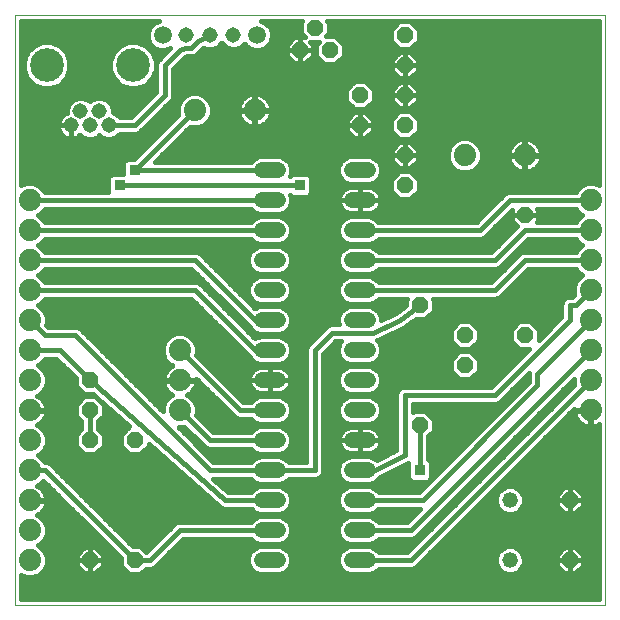
<source format=gbl>
G75*
%MOIN*%
%OFA0B0*%
%FSLAX25Y25*%
%IPPOS*%
%LPD*%
%AMOC8*
5,1,8,0,0,1.08239X$1,22.5*
%
%ADD10C,0.00000*%
%ADD11OC8,0.05200*%
%ADD12C,0.05200*%
%ADD13C,0.05150*%
%ADD14C,0.11220*%
%ADD15C,0.07400*%
%ADD16C,0.05200*%
%ADD17C,0.05937*%
%ADD18C,0.01600*%
%ADD19R,0.03562X0.03562*%
D10*
X0008500Y0001800D02*
X0008500Y0198650D01*
X0205350Y0198650D01*
X0205350Y0001800D01*
X0008500Y0001800D01*
D11*
X0033500Y0016800D03*
X0048500Y0016800D03*
X0048500Y0056800D03*
X0033500Y0056800D03*
X0033500Y0066800D03*
X0033500Y0076800D03*
X0123500Y0161800D03*
X0123500Y0171800D03*
X0138500Y0171800D03*
X0138500Y0181800D03*
X0138500Y0191800D03*
X0113500Y0186800D03*
X0108500Y0194300D03*
X0103500Y0186800D03*
X0138500Y0161800D03*
X0138500Y0151800D03*
X0138500Y0141800D03*
X0178500Y0131800D03*
X0143500Y0101800D03*
X0158500Y0091800D03*
X0158500Y0081800D03*
X0178500Y0091800D03*
X0143500Y0061800D03*
X0193500Y0036800D03*
X0193500Y0016800D03*
D12*
X0173500Y0016800D03*
X0173500Y0036800D03*
D13*
X0039799Y0161721D03*
X0036650Y0166446D03*
X0033500Y0161721D03*
X0030350Y0166446D03*
X0027201Y0161721D03*
X0065626Y0191800D03*
X0073500Y0191800D03*
X0081374Y0191800D03*
D14*
X0047870Y0181800D03*
X0019130Y0181800D03*
D15*
X0013500Y0136800D03*
X0013500Y0126800D03*
X0013500Y0116800D03*
X0013500Y0106800D03*
X0013500Y0096800D03*
X0013500Y0086800D03*
X0013500Y0076800D03*
X0013500Y0066800D03*
X0013500Y0056800D03*
X0013500Y0046800D03*
X0013500Y0036800D03*
X0013500Y0026800D03*
X0013500Y0016800D03*
X0063500Y0066800D03*
X0063500Y0076800D03*
X0063500Y0086800D03*
X0068500Y0166800D03*
X0088500Y0166800D03*
X0158500Y0151800D03*
X0178500Y0151800D03*
X0200500Y0136800D03*
X0200500Y0126800D03*
X0200500Y0116800D03*
X0200500Y0106800D03*
X0200500Y0096800D03*
X0200500Y0086800D03*
X0200500Y0076800D03*
X0200500Y0066800D03*
D16*
X0126100Y0066800D02*
X0120900Y0066800D01*
X0120900Y0056800D02*
X0126100Y0056800D01*
X0126100Y0046800D02*
X0120900Y0046800D01*
X0120900Y0036800D02*
X0126100Y0036800D01*
X0126100Y0026800D02*
X0120900Y0026800D01*
X0120900Y0016800D02*
X0126100Y0016800D01*
X0096100Y0016800D02*
X0090900Y0016800D01*
X0090900Y0026800D02*
X0096100Y0026800D01*
X0096100Y0036800D02*
X0090900Y0036800D01*
X0090900Y0046800D02*
X0096100Y0046800D01*
X0096100Y0056800D02*
X0090900Y0056800D01*
X0090900Y0066800D02*
X0096100Y0066800D01*
X0096100Y0076800D02*
X0090900Y0076800D01*
X0090900Y0086800D02*
X0096100Y0086800D01*
X0096100Y0096800D02*
X0090900Y0096800D01*
X0090900Y0106800D02*
X0096100Y0106800D01*
X0096100Y0116800D02*
X0090900Y0116800D01*
X0090900Y0126800D02*
X0096100Y0126800D01*
X0096100Y0136800D02*
X0090900Y0136800D01*
X0090900Y0146800D02*
X0096100Y0146800D01*
X0120900Y0146800D02*
X0126100Y0146800D01*
X0126100Y0136800D02*
X0120900Y0136800D01*
X0120900Y0126800D02*
X0126100Y0126800D01*
X0126100Y0116800D02*
X0120900Y0116800D01*
X0120900Y0106800D02*
X0126100Y0106800D01*
X0126100Y0096800D02*
X0120900Y0096800D01*
X0120900Y0086800D02*
X0126100Y0086800D01*
X0126100Y0076800D02*
X0120900Y0076800D01*
D17*
X0089248Y0191800D03*
X0057752Y0191800D03*
D18*
X0059696Y0187227D02*
X0059968Y0187227D01*
X0060160Y0187419D02*
X0056126Y0183386D01*
X0055700Y0182357D01*
X0055700Y0172960D01*
X0047330Y0164590D01*
X0043436Y0164554D01*
X0042391Y0165600D01*
X0041224Y0166083D01*
X0041224Y0167356D01*
X0040528Y0169037D01*
X0039241Y0170324D01*
X0037560Y0171020D01*
X0035740Y0171020D01*
X0034058Y0170324D01*
X0033500Y0169766D01*
X0032942Y0170324D01*
X0031260Y0171020D01*
X0029440Y0171020D01*
X0027759Y0170324D01*
X0026472Y0169037D01*
X0025776Y0167356D01*
X0025776Y0165858D01*
X0025521Y0165776D01*
X0024908Y0165463D01*
X0024351Y0165058D01*
X0023864Y0164571D01*
X0023459Y0164014D01*
X0023146Y0163401D01*
X0022934Y0162746D01*
X0022826Y0162066D01*
X0022826Y0161721D01*
X0022826Y0161377D01*
X0022934Y0160697D01*
X0023146Y0160042D01*
X0023459Y0159428D01*
X0023864Y0158871D01*
X0024351Y0158384D01*
X0024908Y0157980D01*
X0025521Y0157667D01*
X0026176Y0157454D01*
X0026856Y0157346D01*
X0027201Y0157346D01*
X0027545Y0157346D01*
X0028225Y0157454D01*
X0028880Y0157667D01*
X0029494Y0157980D01*
X0030051Y0158384D01*
X0030209Y0158543D01*
X0030909Y0157843D01*
X0032590Y0157146D01*
X0034410Y0157146D01*
X0036091Y0157843D01*
X0036650Y0158401D01*
X0037208Y0157843D01*
X0038889Y0157146D01*
X0040709Y0157146D01*
X0042391Y0157843D01*
X0043502Y0158955D01*
X0048513Y0159000D01*
X0049057Y0159000D01*
X0049069Y0159005D01*
X0049082Y0159005D01*
X0049583Y0159218D01*
X0050086Y0159426D01*
X0050095Y0159436D01*
X0050107Y0159441D01*
X0050489Y0159829D01*
X0060086Y0169426D01*
X0060874Y0170214D01*
X0061300Y0171243D01*
X0061300Y0180640D01*
X0065159Y0184499D01*
X0065811Y0184825D01*
X0067912Y0184825D01*
X0068941Y0185251D01*
X0069729Y0186039D01*
X0069729Y0186039D01*
X0071219Y0187529D01*
X0071508Y0187673D01*
X0072590Y0187225D01*
X0074410Y0187225D01*
X0076091Y0187922D01*
X0077378Y0189209D01*
X0077437Y0189350D01*
X0077496Y0189209D01*
X0078783Y0187922D01*
X0080464Y0187225D01*
X0082284Y0187225D01*
X0083965Y0187922D01*
X0085034Y0188990D01*
X0085036Y0188986D01*
X0086434Y0187588D01*
X0088260Y0186831D01*
X0090236Y0186831D01*
X0092062Y0187588D01*
X0093460Y0188986D01*
X0094217Y0190812D01*
X0094217Y0192788D01*
X0093460Y0194614D01*
X0092062Y0196012D01*
X0090521Y0196650D01*
X0104345Y0196650D01*
X0103900Y0196205D01*
X0103900Y0192395D01*
X0105095Y0191200D01*
X0103500Y0191200D01*
X0103500Y0186800D01*
X0107900Y0186800D01*
X0107900Y0188623D01*
X0106823Y0189700D01*
X0109895Y0189700D01*
X0108900Y0188705D01*
X0108900Y0184895D01*
X0111595Y0182200D01*
X0115405Y0182200D01*
X0118100Y0184895D01*
X0118100Y0188705D01*
X0115405Y0191400D01*
X0112105Y0191400D01*
X0113100Y0192395D01*
X0113100Y0196205D01*
X0112655Y0196650D01*
X0203350Y0196650D01*
X0203350Y0141789D01*
X0201634Y0142500D01*
X0199366Y0142500D01*
X0197271Y0141632D01*
X0195668Y0140029D01*
X0195490Y0139600D01*
X0172943Y0139600D01*
X0171914Y0139174D01*
X0171126Y0138386D01*
X0162340Y0129600D01*
X0129805Y0129600D01*
X0128706Y0130700D01*
X0127015Y0131400D01*
X0119985Y0131400D01*
X0118294Y0130700D01*
X0117000Y0129406D01*
X0116300Y0127715D01*
X0116300Y0125885D01*
X0117000Y0124194D01*
X0118294Y0122900D01*
X0119985Y0122200D01*
X0127015Y0122200D01*
X0128706Y0122900D01*
X0129805Y0124000D01*
X0164057Y0124000D01*
X0165086Y0124426D01*
X0174100Y0133440D01*
X0174100Y0131800D01*
X0178500Y0131800D01*
X0182900Y0131800D01*
X0182900Y0133623D01*
X0182523Y0134000D01*
X0195490Y0134000D01*
X0195668Y0133571D01*
X0197271Y0131968D01*
X0197676Y0131800D01*
X0197271Y0131632D01*
X0195668Y0130029D01*
X0195490Y0129600D01*
X0182523Y0129600D01*
X0182900Y0129977D01*
X0182900Y0131800D01*
X0178500Y0131800D01*
X0178500Y0131800D01*
X0178500Y0131800D01*
X0174100Y0131800D01*
X0174100Y0129977D01*
X0175909Y0128169D01*
X0167340Y0119600D01*
X0129805Y0119600D01*
X0128706Y0120700D01*
X0127015Y0121400D01*
X0119985Y0121400D01*
X0118294Y0120700D01*
X0117000Y0119406D01*
X0116300Y0117715D01*
X0116300Y0115885D01*
X0117000Y0114194D01*
X0118294Y0112900D01*
X0119985Y0112200D01*
X0127015Y0112200D01*
X0128706Y0112900D01*
X0129805Y0114000D01*
X0169057Y0114000D01*
X0170086Y0114426D01*
X0179660Y0124000D01*
X0195490Y0124000D01*
X0195668Y0123571D01*
X0197271Y0121968D01*
X0197676Y0121800D01*
X0197271Y0121632D01*
X0195668Y0120029D01*
X0195490Y0119600D01*
X0177943Y0119600D01*
X0176914Y0119174D01*
X0176126Y0118386D01*
X0167340Y0109600D01*
X0129805Y0109600D01*
X0128706Y0110700D01*
X0127015Y0111400D01*
X0119985Y0111400D01*
X0118294Y0110700D01*
X0117000Y0109406D01*
X0116300Y0107715D01*
X0116300Y0105885D01*
X0117000Y0104194D01*
X0118294Y0102900D01*
X0119985Y0102200D01*
X0127015Y0102200D01*
X0128706Y0102900D01*
X0129805Y0104000D01*
X0139195Y0104000D01*
X0138900Y0103705D01*
X0138900Y0101780D01*
X0135582Y0099213D01*
X0130700Y0096984D01*
X0130700Y0097715D01*
X0130000Y0099406D01*
X0128706Y0100700D01*
X0127015Y0101400D01*
X0119985Y0101400D01*
X0118294Y0100700D01*
X0117000Y0099406D01*
X0116300Y0097715D01*
X0116300Y0095885D01*
X0116501Y0095400D01*
X0113743Y0095400D01*
X0112714Y0094974D01*
X0111926Y0094186D01*
X0106914Y0089174D01*
X0106126Y0088386D01*
X0105700Y0087357D01*
X0105700Y0049600D01*
X0099805Y0049600D01*
X0098706Y0050700D01*
X0097015Y0051400D01*
X0089985Y0051400D01*
X0088294Y0050700D01*
X0087195Y0049600D01*
X0074660Y0049600D01*
X0063160Y0061100D01*
X0064634Y0061100D01*
X0065063Y0061278D01*
X0071126Y0055214D01*
X0071914Y0054426D01*
X0072943Y0054000D01*
X0087195Y0054000D01*
X0088294Y0052900D01*
X0089985Y0052200D01*
X0097015Y0052200D01*
X0098706Y0052900D01*
X0100000Y0054194D01*
X0100700Y0055885D01*
X0100700Y0057715D01*
X0100000Y0059406D01*
X0098706Y0060700D01*
X0097015Y0061400D01*
X0089985Y0061400D01*
X0088294Y0060700D01*
X0087195Y0059600D01*
X0074660Y0059600D01*
X0069022Y0065237D01*
X0069200Y0065666D01*
X0069200Y0067934D01*
X0068332Y0070029D01*
X0066729Y0071632D01*
X0066036Y0071919D01*
X0066383Y0072096D01*
X0067083Y0072605D01*
X0067695Y0073217D01*
X0068204Y0073917D01*
X0068597Y0074689D01*
X0068865Y0075512D01*
X0069000Y0076367D01*
X0069000Y0076600D01*
X0063700Y0076600D01*
X0063700Y0077000D01*
X0069000Y0077000D01*
X0069000Y0077233D01*
X0068980Y0077360D01*
X0081914Y0064426D01*
X0082943Y0064000D01*
X0087195Y0064000D01*
X0088294Y0062900D01*
X0089985Y0062200D01*
X0097015Y0062200D01*
X0098706Y0062900D01*
X0100000Y0064194D01*
X0100700Y0065885D01*
X0100700Y0067715D01*
X0100000Y0069406D01*
X0098706Y0070700D01*
X0097015Y0071400D01*
X0089985Y0071400D01*
X0088294Y0070700D01*
X0087195Y0069600D01*
X0084660Y0069600D01*
X0069022Y0085237D01*
X0069200Y0085666D01*
X0069200Y0087934D01*
X0068332Y0090029D01*
X0066729Y0091632D01*
X0064634Y0092500D01*
X0062366Y0092500D01*
X0060271Y0091632D01*
X0058668Y0090029D01*
X0057800Y0087934D01*
X0057800Y0085666D01*
X0058668Y0083571D01*
X0060271Y0081968D01*
X0060964Y0081681D01*
X0060617Y0081504D01*
X0059917Y0080995D01*
X0059305Y0080383D01*
X0058796Y0079683D01*
X0058403Y0078911D01*
X0058135Y0078088D01*
X0058000Y0077233D01*
X0058000Y0077000D01*
X0063300Y0077000D01*
X0063300Y0076600D01*
X0058000Y0076600D01*
X0058000Y0076367D01*
X0058135Y0075512D01*
X0058403Y0074689D01*
X0058796Y0073917D01*
X0059305Y0073217D01*
X0059917Y0072605D01*
X0060617Y0072096D01*
X0060964Y0071919D01*
X0060271Y0071632D01*
X0058668Y0070029D01*
X0057800Y0067934D01*
X0057800Y0066460D01*
X0030086Y0094174D01*
X0029057Y0094600D01*
X0019660Y0094600D01*
X0019022Y0095237D01*
X0019200Y0095666D01*
X0019200Y0097934D01*
X0018332Y0100029D01*
X0016729Y0101632D01*
X0016324Y0101800D01*
X0016729Y0101968D01*
X0018332Y0103571D01*
X0018510Y0104000D01*
X0067340Y0104000D01*
X0086126Y0085214D01*
X0086897Y0084443D01*
X0087000Y0084194D01*
X0088294Y0082900D01*
X0089985Y0082200D01*
X0097015Y0082200D01*
X0098706Y0082900D01*
X0100000Y0084194D01*
X0100700Y0085885D01*
X0100700Y0087715D01*
X0100000Y0089406D01*
X0098706Y0090700D01*
X0097015Y0091400D01*
X0089985Y0091400D01*
X0088482Y0090778D01*
X0070086Y0109174D01*
X0069057Y0109600D01*
X0018510Y0109600D01*
X0018332Y0110029D01*
X0016729Y0111632D01*
X0016324Y0111800D01*
X0016729Y0111968D01*
X0018332Y0113571D01*
X0018510Y0114000D01*
X0067340Y0114000D01*
X0086126Y0095214D01*
X0086897Y0094443D01*
X0087000Y0094194D01*
X0088294Y0092900D01*
X0089985Y0092200D01*
X0097015Y0092200D01*
X0098706Y0092900D01*
X0100000Y0094194D01*
X0100700Y0095885D01*
X0100700Y0097715D01*
X0100000Y0099406D01*
X0098706Y0100700D01*
X0097015Y0101400D01*
X0089985Y0101400D01*
X0088482Y0100778D01*
X0070086Y0119174D01*
X0069057Y0119600D01*
X0018510Y0119600D01*
X0018332Y0120029D01*
X0016729Y0121632D01*
X0016324Y0121800D01*
X0016729Y0121968D01*
X0018332Y0123571D01*
X0018510Y0124000D01*
X0087195Y0124000D01*
X0088294Y0122900D01*
X0089985Y0122200D01*
X0097015Y0122200D01*
X0098706Y0122900D01*
X0100000Y0124194D01*
X0100700Y0125885D01*
X0100700Y0127715D01*
X0100000Y0129406D01*
X0098706Y0130700D01*
X0097015Y0131400D01*
X0089985Y0131400D01*
X0088294Y0130700D01*
X0087195Y0129600D01*
X0018510Y0129600D01*
X0018332Y0130029D01*
X0016729Y0131632D01*
X0016324Y0131800D01*
X0016729Y0131968D01*
X0018332Y0133571D01*
X0018510Y0134000D01*
X0087195Y0134000D01*
X0088294Y0132900D01*
X0089985Y0132200D01*
X0097015Y0132200D01*
X0098706Y0132900D01*
X0100000Y0134194D01*
X0100700Y0135885D01*
X0100700Y0137715D01*
X0100350Y0138559D01*
X0100890Y0138019D01*
X0106110Y0138019D01*
X0107281Y0139190D01*
X0107281Y0144410D01*
X0106110Y0145581D01*
X0100890Y0145581D01*
X0100350Y0145041D01*
X0100700Y0145885D01*
X0100700Y0147715D01*
X0100000Y0149406D01*
X0098706Y0150700D01*
X0097015Y0151400D01*
X0089985Y0151400D01*
X0088294Y0150700D01*
X0087195Y0149600D01*
X0055260Y0149600D01*
X0066937Y0161278D01*
X0067366Y0161100D01*
X0069634Y0161100D01*
X0071729Y0161968D01*
X0073332Y0163571D01*
X0074200Y0165666D01*
X0074200Y0167934D01*
X0073332Y0170029D01*
X0071729Y0171632D01*
X0069634Y0172500D01*
X0067366Y0172500D01*
X0065271Y0171632D01*
X0063668Y0170029D01*
X0062800Y0167934D01*
X0062800Y0165666D01*
X0062978Y0165237D01*
X0048321Y0150581D01*
X0045890Y0150581D01*
X0044719Y0149410D01*
X0044719Y0145581D01*
X0040890Y0145581D01*
X0039719Y0144410D01*
X0039719Y0139600D01*
X0018510Y0139600D01*
X0018332Y0140029D01*
X0016729Y0141632D01*
X0014634Y0142500D01*
X0012366Y0142500D01*
X0010500Y0141727D01*
X0010500Y0196650D01*
X0056479Y0196650D01*
X0054938Y0196012D01*
X0053540Y0194614D01*
X0052783Y0192788D01*
X0052783Y0190812D01*
X0053540Y0188986D01*
X0054938Y0187588D01*
X0056764Y0186831D01*
X0058740Y0186831D01*
X0060160Y0187419D01*
X0058369Y0185629D02*
X0054521Y0185629D01*
X0054322Y0186111D02*
X0052181Y0188252D01*
X0049384Y0189410D01*
X0046356Y0189410D01*
X0043559Y0188252D01*
X0041418Y0186111D01*
X0040260Y0183314D01*
X0040260Y0180286D01*
X0041418Y0177489D01*
X0043559Y0175348D01*
X0046356Y0174190D01*
X0049384Y0174190D01*
X0052181Y0175348D01*
X0054322Y0177489D01*
X0055480Y0180286D01*
X0055480Y0183314D01*
X0054322Y0186111D01*
X0053205Y0187227D02*
X0055808Y0187227D01*
X0053700Y0188826D02*
X0050795Y0188826D01*
X0052944Y0190424D02*
X0010500Y0190424D01*
X0010500Y0188826D02*
X0016205Y0188826D01*
X0014819Y0188252D02*
X0017616Y0189410D01*
X0020644Y0189410D01*
X0023441Y0188252D01*
X0025582Y0186111D01*
X0026740Y0183314D01*
X0026740Y0180286D01*
X0025582Y0177489D01*
X0023441Y0175348D01*
X0020644Y0174190D01*
X0017616Y0174190D01*
X0014819Y0175348D01*
X0012678Y0177489D01*
X0011520Y0180286D01*
X0011520Y0183314D01*
X0012678Y0186111D01*
X0014819Y0188252D01*
X0013795Y0187227D02*
X0010500Y0187227D01*
X0010500Y0185629D02*
X0012479Y0185629D01*
X0011816Y0184030D02*
X0010500Y0184030D01*
X0010500Y0182432D02*
X0011520Y0182432D01*
X0011520Y0180833D02*
X0010500Y0180833D01*
X0010500Y0179235D02*
X0011955Y0179235D01*
X0012617Y0177636D02*
X0010500Y0177636D01*
X0010500Y0176038D02*
X0014130Y0176038D01*
X0017014Y0174439D02*
X0010500Y0174439D01*
X0010500Y0172841D02*
X0055581Y0172841D01*
X0055700Y0174439D02*
X0049986Y0174439D01*
X0052870Y0176038D02*
X0055700Y0176038D01*
X0055700Y0177636D02*
X0054383Y0177636D01*
X0055045Y0179235D02*
X0055700Y0179235D01*
X0055700Y0180833D02*
X0055480Y0180833D01*
X0055480Y0182432D02*
X0055731Y0182432D01*
X0055184Y0184030D02*
X0056771Y0184030D01*
X0058500Y0181800D02*
X0063500Y0186800D01*
X0065150Y0187625D01*
X0067355Y0187625D01*
X0069560Y0189830D01*
X0073500Y0191800D01*
X0076996Y0188826D02*
X0077878Y0188826D01*
X0080459Y0187227D02*
X0074415Y0187227D01*
X0072585Y0187227D02*
X0070917Y0187227D01*
X0069319Y0185629D02*
X0099100Y0185629D01*
X0099100Y0184977D02*
X0101677Y0182400D01*
X0103500Y0182400D01*
X0105323Y0182400D01*
X0107900Y0184977D01*
X0107900Y0186800D01*
X0103500Y0186800D01*
X0103500Y0186800D01*
X0103500Y0186800D01*
X0103500Y0182400D01*
X0103500Y0186800D01*
X0103500Y0186800D01*
X0103500Y0186800D01*
X0099100Y0186800D01*
X0099100Y0188623D01*
X0101677Y0191200D01*
X0103500Y0191200D01*
X0103500Y0186800D01*
X0099100Y0186800D01*
X0099100Y0184977D01*
X0100047Y0184030D02*
X0064690Y0184030D01*
X0063092Y0182432D02*
X0101646Y0182432D01*
X0103500Y0182432D02*
X0103500Y0182432D01*
X0103500Y0184030D02*
X0103500Y0184030D01*
X0103500Y0185629D02*
X0103500Y0185629D01*
X0103500Y0187227D02*
X0103500Y0187227D01*
X0103500Y0188826D02*
X0103500Y0188826D01*
X0103500Y0190424D02*
X0103500Y0190424D01*
X0104272Y0192023D02*
X0094217Y0192023D01*
X0094056Y0190424D02*
X0100902Y0190424D01*
X0099303Y0188826D02*
X0093300Y0188826D01*
X0091192Y0187227D02*
X0099100Y0187227D01*
X0105354Y0182432D02*
X0111363Y0182432D01*
X0109764Y0184030D02*
X0106953Y0184030D01*
X0107900Y0185629D02*
X0108900Y0185629D01*
X0108900Y0187227D02*
X0107900Y0187227D01*
X0107697Y0188826D02*
X0109020Y0188826D01*
X0112728Y0192023D02*
X0133900Y0192023D01*
X0133900Y0193621D02*
X0113100Y0193621D01*
X0113100Y0195220D02*
X0135414Y0195220D01*
X0136595Y0196400D02*
X0133900Y0193705D01*
X0133900Y0189895D01*
X0136595Y0187200D01*
X0140405Y0187200D01*
X0143100Y0189895D01*
X0143100Y0193705D01*
X0140405Y0196400D01*
X0136595Y0196400D01*
X0141585Y0195220D02*
X0203350Y0195220D01*
X0203350Y0193621D02*
X0143100Y0193621D01*
X0143100Y0192023D02*
X0203350Y0192023D01*
X0203350Y0190424D02*
X0143100Y0190424D01*
X0142031Y0188826D02*
X0203350Y0188826D01*
X0203350Y0187227D02*
X0140433Y0187227D01*
X0140323Y0186200D02*
X0138500Y0186200D01*
X0138500Y0181800D01*
X0138500Y0181800D01*
X0142900Y0181800D01*
X0142900Y0183623D01*
X0140323Y0186200D01*
X0140894Y0185629D02*
X0203350Y0185629D01*
X0203350Y0184030D02*
X0142492Y0184030D01*
X0142900Y0182432D02*
X0203350Y0182432D01*
X0203350Y0180833D02*
X0142900Y0180833D01*
X0142900Y0179977D02*
X0142900Y0181800D01*
X0138500Y0181800D01*
X0138500Y0181800D01*
X0138500Y0181800D01*
X0134100Y0181800D01*
X0134100Y0183623D01*
X0136677Y0186200D01*
X0138500Y0186200D01*
X0138500Y0181800D01*
X0138500Y0177400D01*
X0140323Y0177400D01*
X0142900Y0179977D01*
X0142157Y0179235D02*
X0203350Y0179235D01*
X0203350Y0177636D02*
X0140559Y0177636D01*
X0140323Y0176200D02*
X0138500Y0176200D01*
X0138500Y0171800D01*
X0138500Y0171800D01*
X0142900Y0171800D01*
X0142900Y0173623D01*
X0140323Y0176200D01*
X0140485Y0176038D02*
X0203350Y0176038D01*
X0203350Y0174439D02*
X0142083Y0174439D01*
X0142900Y0172841D02*
X0203350Y0172841D01*
X0203350Y0171242D02*
X0142900Y0171242D01*
X0142900Y0171800D02*
X0142900Y0169977D01*
X0140323Y0167400D01*
X0138500Y0167400D01*
X0138500Y0171800D01*
X0138500Y0171800D01*
X0138500Y0171800D01*
X0134100Y0171800D01*
X0134100Y0173623D01*
X0136677Y0176200D01*
X0138500Y0176200D01*
X0138500Y0171800D01*
X0142900Y0171800D01*
X0142566Y0169644D02*
X0203350Y0169644D01*
X0203350Y0168045D02*
X0140968Y0168045D01*
X0140405Y0166400D02*
X0136595Y0166400D01*
X0133900Y0163705D01*
X0133900Y0159895D01*
X0136595Y0157200D01*
X0140405Y0157200D01*
X0143100Y0159895D01*
X0143100Y0163705D01*
X0140405Y0166400D01*
X0138500Y0167400D02*
X0138500Y0171800D01*
X0138500Y0171800D01*
X0134100Y0171800D01*
X0134100Y0169977D01*
X0136677Y0167400D01*
X0138500Y0167400D01*
X0138500Y0168045D02*
X0138500Y0168045D01*
X0138500Y0169644D02*
X0138500Y0169644D01*
X0138500Y0171242D02*
X0138500Y0171242D01*
X0138500Y0172841D02*
X0138500Y0172841D01*
X0138500Y0174439D02*
X0138500Y0174439D01*
X0138500Y0176038D02*
X0138500Y0176038D01*
X0138500Y0177400D02*
X0138500Y0181800D01*
X0138500Y0181800D01*
X0134100Y0181800D01*
X0134100Y0179977D01*
X0136677Y0177400D01*
X0138500Y0177400D01*
X0138500Y0177636D02*
X0138500Y0177636D01*
X0138500Y0179235D02*
X0138500Y0179235D01*
X0138500Y0180833D02*
X0138500Y0180833D01*
X0138500Y0182432D02*
X0138500Y0182432D01*
X0138500Y0184030D02*
X0138500Y0184030D01*
X0138500Y0185629D02*
X0138500Y0185629D01*
X0136106Y0185629D02*
X0118100Y0185629D01*
X0118100Y0187227D02*
X0136567Y0187227D01*
X0134969Y0188826D02*
X0117980Y0188826D01*
X0116381Y0190424D02*
X0133900Y0190424D01*
X0134508Y0184030D02*
X0117236Y0184030D01*
X0115637Y0182432D02*
X0134100Y0182432D01*
X0134100Y0180833D02*
X0061493Y0180833D01*
X0061300Y0179235D02*
X0134843Y0179235D01*
X0136441Y0177636D02*
X0061300Y0177636D01*
X0061300Y0176038D02*
X0121232Y0176038D01*
X0121595Y0176400D02*
X0118900Y0173705D01*
X0118900Y0169895D01*
X0121595Y0167200D01*
X0125405Y0167200D01*
X0128100Y0169895D01*
X0128100Y0173705D01*
X0125405Y0176400D01*
X0121595Y0176400D01*
X0119634Y0174439D02*
X0061300Y0174439D01*
X0061300Y0172841D02*
X0118900Y0172841D01*
X0118900Y0171242D02*
X0091743Y0171242D01*
X0092083Y0170995D02*
X0091383Y0171504D01*
X0090611Y0171897D01*
X0089788Y0172165D01*
X0088933Y0172300D01*
X0088700Y0172300D01*
X0088700Y0167000D01*
X0088300Y0167000D01*
X0088300Y0172300D01*
X0088067Y0172300D01*
X0087212Y0172165D01*
X0086389Y0171897D01*
X0085617Y0171504D01*
X0084917Y0170995D01*
X0084305Y0170383D01*
X0083796Y0169683D01*
X0083403Y0168911D01*
X0083135Y0168088D01*
X0083000Y0167233D01*
X0083000Y0167000D01*
X0088300Y0167000D01*
X0088300Y0166600D01*
X0083000Y0166600D01*
X0083000Y0166367D01*
X0083135Y0165512D01*
X0083403Y0164689D01*
X0083796Y0163917D01*
X0084305Y0163217D01*
X0084917Y0162605D01*
X0085617Y0162096D01*
X0086389Y0161703D01*
X0087212Y0161435D01*
X0088067Y0161300D01*
X0088300Y0161300D01*
X0088300Y0166600D01*
X0088700Y0166600D01*
X0088700Y0167000D01*
X0094000Y0167000D01*
X0094000Y0167233D01*
X0093865Y0168088D01*
X0093597Y0168911D01*
X0093204Y0169683D01*
X0092695Y0170383D01*
X0092083Y0170995D01*
X0093224Y0169644D02*
X0119151Y0169644D01*
X0120749Y0168045D02*
X0093871Y0168045D01*
X0094000Y0166600D02*
X0088700Y0166600D01*
X0088700Y0161300D01*
X0088933Y0161300D01*
X0089788Y0161435D01*
X0090611Y0161703D01*
X0091383Y0162096D01*
X0092083Y0162605D01*
X0092695Y0163217D01*
X0093204Y0163917D01*
X0093597Y0164689D01*
X0093865Y0165512D01*
X0094000Y0166367D01*
X0094000Y0166600D01*
X0094000Y0166447D02*
X0203350Y0166447D01*
X0203350Y0164848D02*
X0141957Y0164848D01*
X0143100Y0163250D02*
X0203350Y0163250D01*
X0203350Y0161651D02*
X0143100Y0161651D01*
X0143100Y0160053D02*
X0203350Y0160053D01*
X0203350Y0158454D02*
X0141659Y0158454D01*
X0140323Y0156200D02*
X0138500Y0156200D01*
X0138500Y0151800D01*
X0138500Y0151800D01*
X0142900Y0151800D01*
X0142900Y0153623D01*
X0140323Y0156200D01*
X0141265Y0155257D02*
X0153896Y0155257D01*
X0153668Y0155029D02*
X0152800Y0152934D01*
X0152800Y0150666D01*
X0153668Y0148571D01*
X0155271Y0146968D01*
X0157366Y0146100D01*
X0159634Y0146100D01*
X0161729Y0146968D01*
X0163332Y0148571D01*
X0164200Y0150666D01*
X0164200Y0152934D01*
X0163332Y0155029D01*
X0161729Y0156632D01*
X0159634Y0157500D01*
X0157366Y0157500D01*
X0155271Y0156632D01*
X0153668Y0155029D01*
X0153100Y0153659D02*
X0142864Y0153659D01*
X0142900Y0152060D02*
X0152800Y0152060D01*
X0152885Y0150462D02*
X0142900Y0150462D01*
X0142900Y0149977D02*
X0142900Y0151800D01*
X0138500Y0151800D01*
X0138500Y0151800D01*
X0138500Y0151800D01*
X0134100Y0151800D01*
X0134100Y0153623D01*
X0136677Y0156200D01*
X0138500Y0156200D01*
X0138500Y0151800D01*
X0138500Y0147400D01*
X0140323Y0147400D01*
X0142900Y0149977D01*
X0141786Y0148863D02*
X0153547Y0148863D01*
X0154974Y0147265D02*
X0130700Y0147265D01*
X0130700Y0147715D02*
X0130000Y0149406D01*
X0128706Y0150700D01*
X0127015Y0151400D01*
X0119985Y0151400D01*
X0118294Y0150700D01*
X0117000Y0149406D01*
X0116300Y0147715D01*
X0116300Y0145885D01*
X0117000Y0144194D01*
X0118294Y0142900D01*
X0119985Y0142200D01*
X0127015Y0142200D01*
X0128706Y0142900D01*
X0130000Y0144194D01*
X0130700Y0145885D01*
X0130700Y0147715D01*
X0130224Y0148863D02*
X0135214Y0148863D01*
X0134100Y0149977D02*
X0134100Y0151800D01*
X0138500Y0151800D01*
X0138500Y0151800D01*
X0138500Y0147400D01*
X0136677Y0147400D01*
X0134100Y0149977D01*
X0134100Y0150462D02*
X0128944Y0150462D01*
X0130609Y0145666D02*
X0135861Y0145666D01*
X0136595Y0146400D02*
X0133900Y0143705D01*
X0133900Y0139895D01*
X0136595Y0137200D01*
X0140405Y0137200D01*
X0143100Y0139895D01*
X0143100Y0143705D01*
X0140405Y0146400D01*
X0136595Y0146400D01*
X0134262Y0144068D02*
X0129873Y0144068D01*
X0127664Y0142469D02*
X0133900Y0142469D01*
X0133900Y0140870D02*
X0127803Y0140870D01*
X0127789Y0140878D02*
X0127130Y0141092D01*
X0126446Y0141200D01*
X0123500Y0141200D01*
X0123500Y0136800D01*
X0123500Y0136800D01*
X0130500Y0136800D01*
X0130500Y0137146D01*
X0130392Y0137830D01*
X0130178Y0138489D01*
X0129863Y0139106D01*
X0129456Y0139666D01*
X0128966Y0140156D01*
X0128406Y0140563D01*
X0127789Y0140878D01*
X0129743Y0139272D02*
X0134523Y0139272D01*
X0136121Y0137673D02*
X0130416Y0137673D01*
X0130500Y0136800D02*
X0123500Y0136800D01*
X0123500Y0136800D01*
X0123500Y0132400D01*
X0126446Y0132400D01*
X0127130Y0132508D01*
X0127789Y0132722D01*
X0128406Y0133037D01*
X0128966Y0133444D01*
X0129456Y0133934D01*
X0129863Y0134494D01*
X0130178Y0135111D01*
X0130392Y0135770D01*
X0130500Y0136454D01*
X0130500Y0136800D01*
X0130440Y0136075D02*
X0168815Y0136075D01*
X0167217Y0134476D02*
X0129851Y0134476D01*
X0128094Y0132878D02*
X0165618Y0132878D01*
X0164020Y0131279D02*
X0127306Y0131279D01*
X0129724Y0129681D02*
X0162421Y0129681D01*
X0163500Y0126800D02*
X0173500Y0136800D01*
X0200500Y0136800D01*
X0200550Y0136800D01*
X0200500Y0136800D01*
X0196509Y0140870D02*
X0143100Y0140870D01*
X0143100Y0142469D02*
X0199291Y0142469D01*
X0201709Y0142469D02*
X0203350Y0142469D01*
X0203350Y0144068D02*
X0142738Y0144068D01*
X0141139Y0145666D02*
X0203350Y0145666D01*
X0203350Y0147265D02*
X0181615Y0147265D01*
X0181383Y0147096D02*
X0182083Y0147605D01*
X0182695Y0148217D01*
X0183204Y0148917D01*
X0183597Y0149689D01*
X0183865Y0150512D01*
X0184000Y0151367D01*
X0184000Y0151600D01*
X0178700Y0151600D01*
X0178700Y0152000D01*
X0178300Y0152000D01*
X0178300Y0157300D01*
X0178067Y0157300D01*
X0177212Y0157165D01*
X0176389Y0156897D01*
X0175617Y0156504D01*
X0174917Y0155995D01*
X0174305Y0155383D01*
X0173796Y0154683D01*
X0173403Y0153911D01*
X0173135Y0153088D01*
X0173000Y0152233D01*
X0173000Y0152000D01*
X0178300Y0152000D01*
X0178300Y0151600D01*
X0173000Y0151600D01*
X0173000Y0151367D01*
X0173135Y0150512D01*
X0173403Y0149689D01*
X0173796Y0148917D01*
X0174305Y0148217D01*
X0174917Y0147605D01*
X0175617Y0147096D01*
X0176389Y0146703D01*
X0177212Y0146435D01*
X0178067Y0146300D01*
X0178300Y0146300D01*
X0178300Y0151600D01*
X0178700Y0151600D01*
X0178700Y0146300D01*
X0178933Y0146300D01*
X0179788Y0146435D01*
X0180611Y0146703D01*
X0181383Y0147096D01*
X0183165Y0148863D02*
X0203350Y0148863D01*
X0203350Y0150462D02*
X0183848Y0150462D01*
X0184000Y0152000D02*
X0184000Y0152233D01*
X0183865Y0153088D01*
X0183597Y0153911D01*
X0183204Y0154683D01*
X0182695Y0155383D01*
X0182083Y0155995D01*
X0181383Y0156504D01*
X0180611Y0156897D01*
X0179788Y0157165D01*
X0178933Y0157300D01*
X0178700Y0157300D01*
X0178700Y0152000D01*
X0184000Y0152000D01*
X0184000Y0152060D02*
X0203350Y0152060D01*
X0203350Y0153659D02*
X0183679Y0153659D01*
X0182787Y0155257D02*
X0203350Y0155257D01*
X0203350Y0156856D02*
X0180693Y0156856D01*
X0178700Y0156856D02*
X0178300Y0156856D01*
X0178300Y0155257D02*
X0178700Y0155257D01*
X0178700Y0153659D02*
X0178300Y0153659D01*
X0178300Y0152060D02*
X0178700Y0152060D01*
X0178700Y0150462D02*
X0178300Y0150462D01*
X0178300Y0148863D02*
X0178700Y0148863D01*
X0178700Y0147265D02*
X0178300Y0147265D01*
X0175385Y0147265D02*
X0162026Y0147265D01*
X0163453Y0148863D02*
X0173835Y0148863D01*
X0173152Y0150462D02*
X0164115Y0150462D01*
X0164200Y0152060D02*
X0173000Y0152060D01*
X0173321Y0153659D02*
X0163900Y0153659D01*
X0163104Y0155257D02*
X0174213Y0155257D01*
X0176307Y0156856D02*
X0161190Y0156856D01*
X0155810Y0156856D02*
X0062515Y0156856D01*
X0064114Y0158454D02*
X0120623Y0158454D01*
X0121677Y0157400D02*
X0119100Y0159977D01*
X0119100Y0161800D01*
X0123500Y0161800D01*
X0123500Y0161800D01*
X0123500Y0166200D01*
X0125323Y0166200D01*
X0127900Y0163623D01*
X0127900Y0161800D01*
X0123500Y0161800D01*
X0123500Y0161800D01*
X0123500Y0161800D01*
X0123500Y0166200D01*
X0121677Y0166200D01*
X0119100Y0163623D01*
X0119100Y0161800D01*
X0123500Y0161800D01*
X0127900Y0161800D01*
X0127900Y0159977D01*
X0125323Y0157400D01*
X0123500Y0157400D01*
X0123500Y0161800D01*
X0123500Y0161800D01*
X0123500Y0157400D01*
X0121677Y0157400D01*
X0123500Y0158454D02*
X0123500Y0158454D01*
X0123500Y0160053D02*
X0123500Y0160053D01*
X0123500Y0161651D02*
X0123500Y0161651D01*
X0123500Y0163250D02*
X0123500Y0163250D01*
X0123500Y0164848D02*
X0123500Y0164848D01*
X0120326Y0164848D02*
X0093649Y0164848D01*
X0092719Y0163250D02*
X0119100Y0163250D01*
X0119100Y0161651D02*
X0090452Y0161651D01*
X0088700Y0161651D02*
X0088300Y0161651D01*
X0088300Y0163250D02*
X0088700Y0163250D01*
X0088700Y0164848D02*
X0088300Y0164848D01*
X0088300Y0166447D02*
X0088700Y0166447D01*
X0088700Y0168045D02*
X0088300Y0168045D01*
X0088300Y0169644D02*
X0088700Y0169644D01*
X0088700Y0171242D02*
X0088300Y0171242D01*
X0085257Y0171242D02*
X0072119Y0171242D01*
X0073492Y0169644D02*
X0083776Y0169644D01*
X0083129Y0168045D02*
X0074154Y0168045D01*
X0074200Y0166447D02*
X0083000Y0166447D01*
X0083351Y0164848D02*
X0073861Y0164848D01*
X0073011Y0163250D02*
X0084281Y0163250D01*
X0086548Y0161651D02*
X0070964Y0161651D01*
X0068500Y0166800D02*
X0048500Y0146800D01*
X0093500Y0146800D01*
X0098944Y0150462D02*
X0118056Y0150462D01*
X0116776Y0148863D02*
X0100224Y0148863D01*
X0100700Y0147265D02*
X0116300Y0147265D01*
X0116391Y0145666D02*
X0100609Y0145666D01*
X0103500Y0141800D02*
X0043500Y0141800D01*
X0039719Y0142469D02*
X0014709Y0142469D01*
X0012291Y0142469D02*
X0010500Y0142469D01*
X0010500Y0144068D02*
X0039719Y0144068D01*
X0039719Y0140870D02*
X0017491Y0140870D01*
X0013500Y0136800D02*
X0093500Y0136800D01*
X0098652Y0132878D02*
X0118906Y0132878D01*
X0119211Y0132722D02*
X0119870Y0132508D01*
X0120554Y0132400D01*
X0123500Y0132400D01*
X0123500Y0136800D01*
X0123500Y0136800D01*
X0123500Y0136800D01*
X0116500Y0136800D01*
X0116500Y0137146D01*
X0116608Y0137830D01*
X0116822Y0138489D01*
X0117137Y0139106D01*
X0117544Y0139666D01*
X0118034Y0140156D01*
X0118594Y0140563D01*
X0119211Y0140878D01*
X0119870Y0141092D01*
X0120554Y0141200D01*
X0123500Y0141200D01*
X0123500Y0136800D01*
X0116500Y0136800D01*
X0116500Y0136454D01*
X0116608Y0135770D01*
X0116822Y0135111D01*
X0117137Y0134494D01*
X0117544Y0133934D01*
X0118034Y0133444D01*
X0118594Y0133037D01*
X0119211Y0132722D01*
X0119694Y0131279D02*
X0097306Y0131279D01*
X0099724Y0129681D02*
X0117276Y0129681D01*
X0116452Y0128082D02*
X0100548Y0128082D01*
X0100700Y0126484D02*
X0116300Y0126484D01*
X0116714Y0124885D02*
X0100286Y0124885D01*
X0099092Y0123287D02*
X0117908Y0123287D01*
X0117684Y0120090D02*
X0099316Y0120090D01*
X0098706Y0120700D02*
X0097015Y0121400D01*
X0089985Y0121400D01*
X0088294Y0120700D01*
X0087000Y0119406D01*
X0086300Y0117715D01*
X0086300Y0115885D01*
X0087000Y0114194D01*
X0088294Y0112900D01*
X0089985Y0112200D01*
X0097015Y0112200D01*
X0098706Y0112900D01*
X0100000Y0114194D01*
X0100700Y0115885D01*
X0100700Y0117715D01*
X0100000Y0119406D01*
X0098706Y0120700D01*
X0100378Y0118491D02*
X0116622Y0118491D01*
X0116300Y0116893D02*
X0100700Y0116893D01*
X0100455Y0115294D02*
X0116545Y0115294D01*
X0117499Y0113696D02*
X0099501Y0113696D01*
X0098706Y0110700D02*
X0097015Y0111400D01*
X0089985Y0111400D01*
X0088294Y0110700D01*
X0087000Y0109406D01*
X0086300Y0107715D01*
X0086300Y0105885D01*
X0087000Y0104194D01*
X0088294Y0102900D01*
X0089985Y0102200D01*
X0097015Y0102200D01*
X0098706Y0102900D01*
X0100000Y0104194D01*
X0100700Y0105885D01*
X0100700Y0107715D01*
X0100000Y0109406D01*
X0098706Y0110700D01*
X0098907Y0110499D02*
X0118093Y0110499D01*
X0116791Y0108900D02*
X0100209Y0108900D01*
X0100700Y0107302D02*
X0116300Y0107302D01*
X0116375Y0105703D02*
X0100625Y0105703D01*
X0099910Y0104105D02*
X0117090Y0104105D01*
X0119246Y0102506D02*
X0097754Y0102506D01*
X0098203Y0100908D02*
X0118797Y0100908D01*
X0116960Y0099309D02*
X0100040Y0099309D01*
X0100700Y0097711D02*
X0116300Y0097711D01*
X0116300Y0096112D02*
X0100700Y0096112D01*
X0100132Y0094514D02*
X0112254Y0094514D01*
X0110655Y0092915D02*
X0098721Y0092915D01*
X0097216Y0091317D02*
X0109057Y0091317D01*
X0107458Y0089718D02*
X0099687Y0089718D01*
X0100532Y0088120D02*
X0106016Y0088120D01*
X0105700Y0086521D02*
X0100700Y0086521D01*
X0100301Y0084923D02*
X0105700Y0084923D01*
X0105700Y0083324D02*
X0099129Y0083324D01*
X0097789Y0080878D02*
X0097130Y0081092D01*
X0096446Y0081200D01*
X0093500Y0081200D01*
X0093500Y0076800D01*
X0093500Y0076800D01*
X0100500Y0076800D01*
X0100500Y0077146D01*
X0100392Y0077830D01*
X0100178Y0078489D01*
X0099863Y0079106D01*
X0099456Y0079666D01*
X0098966Y0080156D01*
X0098406Y0080563D01*
X0097789Y0080878D01*
X0098995Y0080127D02*
X0105700Y0080127D01*
X0105700Y0078529D02*
X0100157Y0078529D01*
X0100500Y0076930D02*
X0105700Y0076930D01*
X0105700Y0075332D02*
X0100249Y0075332D01*
X0100178Y0075111D02*
X0100392Y0075770D01*
X0100500Y0076454D01*
X0100500Y0076800D01*
X0093500Y0076800D01*
X0093500Y0076800D01*
X0093500Y0072400D01*
X0096446Y0072400D01*
X0097130Y0072508D01*
X0097789Y0072722D01*
X0098406Y0073037D01*
X0098966Y0073444D01*
X0099456Y0073934D01*
X0099863Y0074494D01*
X0100178Y0075111D01*
X0099256Y0073733D02*
X0105700Y0073733D01*
X0105700Y0072134D02*
X0082125Y0072134D01*
X0083724Y0070536D02*
X0088131Y0070536D01*
X0089211Y0072722D02*
X0089870Y0072508D01*
X0090554Y0072400D01*
X0093500Y0072400D01*
X0093500Y0076800D01*
X0093500Y0076800D01*
X0093500Y0076800D01*
X0086500Y0076800D01*
X0086500Y0077146D01*
X0086608Y0077830D01*
X0086822Y0078489D01*
X0087137Y0079106D01*
X0087544Y0079666D01*
X0088034Y0080156D01*
X0088594Y0080563D01*
X0089211Y0080878D01*
X0089870Y0081092D01*
X0090554Y0081200D01*
X0093500Y0081200D01*
X0093500Y0076800D01*
X0086500Y0076800D01*
X0086500Y0076454D01*
X0086608Y0075770D01*
X0086822Y0075111D01*
X0087137Y0074494D01*
X0087544Y0073934D01*
X0088034Y0073444D01*
X0088594Y0073037D01*
X0089211Y0072722D01*
X0087744Y0073733D02*
X0080527Y0073733D01*
X0078928Y0075332D02*
X0086751Y0075332D01*
X0086500Y0076930D02*
X0077330Y0076930D01*
X0075731Y0078529D02*
X0086843Y0078529D01*
X0088005Y0080127D02*
X0074133Y0080127D01*
X0072534Y0081726D02*
X0105700Y0081726D01*
X0108500Y0086800D02*
X0108500Y0046800D01*
X0093500Y0046800D01*
X0073500Y0046800D01*
X0028500Y0091800D01*
X0018500Y0091800D01*
X0013500Y0096800D01*
X0017453Y0100908D02*
X0070432Y0100908D01*
X0068834Y0102506D02*
X0017267Y0102506D01*
X0018630Y0099309D02*
X0072031Y0099309D01*
X0073630Y0097711D02*
X0019200Y0097711D01*
X0019200Y0096112D02*
X0075228Y0096112D01*
X0076827Y0094514D02*
X0029265Y0094514D01*
X0031345Y0092915D02*
X0078425Y0092915D01*
X0080024Y0091317D02*
X0067044Y0091317D01*
X0068461Y0089718D02*
X0081622Y0089718D01*
X0083221Y0088120D02*
X0069123Y0088120D01*
X0069200Y0086521D02*
X0084819Y0086521D01*
X0086418Y0084923D02*
X0069337Y0084923D01*
X0070936Y0083324D02*
X0087871Y0083324D01*
X0088500Y0086800D02*
X0093500Y0086800D01*
X0088500Y0086800D02*
X0068500Y0106800D01*
X0013500Y0106800D01*
X0017862Y0110499D02*
X0070841Y0110499D01*
X0070360Y0108900D02*
X0072440Y0108900D01*
X0071958Y0107302D02*
X0074038Y0107302D01*
X0073557Y0105703D02*
X0075637Y0105703D01*
X0075155Y0104105D02*
X0077235Y0104105D01*
X0076754Y0102506D02*
X0078834Y0102506D01*
X0078352Y0100908D02*
X0080432Y0100908D01*
X0079951Y0099309D02*
X0082031Y0099309D01*
X0081549Y0097711D02*
X0083630Y0097711D01*
X0083148Y0096112D02*
X0085228Y0096112D01*
X0084746Y0094514D02*
X0086827Y0094514D01*
X0086345Y0092915D02*
X0088279Y0092915D01*
X0087943Y0091317D02*
X0089784Y0091317D01*
X0088500Y0096800D02*
X0093500Y0096800D01*
X0088500Y0096800D02*
X0068500Y0116800D01*
X0013500Y0116800D01*
X0016858Y0112097D02*
X0069243Y0112097D01*
X0067644Y0113696D02*
X0018384Y0113696D01*
X0018271Y0120090D02*
X0087684Y0120090D01*
X0086622Y0118491D02*
X0070768Y0118491D01*
X0072367Y0116893D02*
X0086300Y0116893D01*
X0086545Y0115294D02*
X0073965Y0115294D01*
X0075564Y0113696D02*
X0087499Y0113696D01*
X0088093Y0110499D02*
X0078761Y0110499D01*
X0077163Y0112097D02*
X0169837Y0112097D01*
X0168239Y0110499D02*
X0128907Y0110499D01*
X0129501Y0113696D02*
X0171436Y0113696D01*
X0170954Y0115294D02*
X0173035Y0115294D01*
X0172553Y0116893D02*
X0174633Y0116893D01*
X0174151Y0118491D02*
X0176232Y0118491D01*
X0175750Y0120090D02*
X0195729Y0120090D01*
X0197407Y0121688D02*
X0177348Y0121688D01*
X0178947Y0123287D02*
X0195952Y0123287D01*
X0200500Y0126800D02*
X0178500Y0126800D01*
X0168500Y0116800D01*
X0123500Y0116800D01*
X0129316Y0120090D02*
X0167830Y0120090D01*
X0169429Y0121688D02*
X0016593Y0121688D01*
X0018048Y0123287D02*
X0087908Y0123287D01*
X0087276Y0129681D02*
X0018476Y0129681D01*
X0017082Y0131279D02*
X0089694Y0131279D01*
X0088348Y0132878D02*
X0017639Y0132878D01*
X0013500Y0126800D02*
X0093500Y0126800D01*
X0100117Y0134476D02*
X0117149Y0134476D01*
X0116560Y0136075D02*
X0100700Y0136075D01*
X0100700Y0137673D02*
X0116584Y0137673D01*
X0117257Y0139272D02*
X0107281Y0139272D01*
X0107281Y0140870D02*
X0119197Y0140870D01*
X0119336Y0142469D02*
X0107281Y0142469D01*
X0107281Y0144068D02*
X0117127Y0144068D01*
X0123500Y0140870D02*
X0123500Y0140870D01*
X0123500Y0139272D02*
X0123500Y0139272D01*
X0123500Y0137673D02*
X0123500Y0137673D01*
X0123500Y0136075D02*
X0123500Y0136075D01*
X0123500Y0134476D02*
X0123500Y0134476D01*
X0123500Y0132878D02*
X0123500Y0132878D01*
X0123500Y0126800D02*
X0163500Y0126800D01*
X0165545Y0124885D02*
X0172626Y0124885D01*
X0174224Y0126484D02*
X0167144Y0126484D01*
X0168742Y0128082D02*
X0175823Y0128082D01*
X0174397Y0129681D02*
X0170341Y0129681D01*
X0171939Y0131279D02*
X0174100Y0131279D01*
X0174100Y0132878D02*
X0173538Y0132878D01*
X0170414Y0137673D02*
X0140879Y0137673D01*
X0142477Y0139272D02*
X0172151Y0139272D01*
X0182900Y0132878D02*
X0196361Y0132878D01*
X0196918Y0131279D02*
X0182900Y0131279D01*
X0182603Y0129681D02*
X0195524Y0129681D01*
X0200500Y0116800D02*
X0178500Y0116800D01*
X0168500Y0106800D01*
X0123500Y0106800D01*
X0127754Y0102506D02*
X0138900Y0102506D01*
X0137772Y0100908D02*
X0128203Y0100908D01*
X0130040Y0099309D02*
X0135707Y0099309D01*
X0137040Y0096800D02*
X0127840Y0092600D01*
X0114300Y0092600D01*
X0108500Y0086800D01*
X0111300Y0085640D02*
X0115460Y0089800D01*
X0117395Y0089800D01*
X0117000Y0089406D01*
X0116300Y0087715D01*
X0116300Y0085885D01*
X0117000Y0084194D01*
X0118294Y0082900D01*
X0119985Y0082200D01*
X0127015Y0082200D01*
X0128706Y0082900D01*
X0130000Y0084194D01*
X0130700Y0085885D01*
X0130700Y0087715D01*
X0130000Y0089406D01*
X0129251Y0090154D01*
X0129426Y0090226D01*
X0129462Y0090263D01*
X0137995Y0094158D01*
X0138313Y0094245D01*
X0138497Y0094387D01*
X0138709Y0094484D01*
X0138934Y0094725D01*
X0142131Y0097200D01*
X0145405Y0097200D01*
X0148100Y0099895D01*
X0148100Y0103705D01*
X0147805Y0104000D01*
X0169057Y0104000D01*
X0170086Y0104426D01*
X0179660Y0114000D01*
X0195490Y0114000D01*
X0195668Y0113571D01*
X0197271Y0111968D01*
X0197676Y0111800D01*
X0197271Y0111632D01*
X0195668Y0110029D01*
X0194800Y0107934D01*
X0194800Y0105666D01*
X0194978Y0105237D01*
X0194340Y0104600D01*
X0192943Y0104600D01*
X0191914Y0104174D01*
X0191126Y0103386D01*
X0190700Y0102357D01*
X0190700Y0097960D01*
X0183100Y0090360D01*
X0183100Y0093705D01*
X0180405Y0096400D01*
X0176595Y0096400D01*
X0173900Y0093705D01*
X0173900Y0089895D01*
X0176595Y0087200D01*
X0179940Y0087200D01*
X0167340Y0074600D01*
X0137943Y0074600D01*
X0136914Y0074174D01*
X0136126Y0073386D01*
X0135700Y0072357D01*
X0135700Y0053530D01*
X0129150Y0050255D01*
X0128706Y0050700D01*
X0127015Y0051400D01*
X0119985Y0051400D01*
X0118294Y0050700D01*
X0117000Y0049406D01*
X0116300Y0047715D01*
X0116300Y0045885D01*
X0117000Y0044194D01*
X0118294Y0042900D01*
X0119985Y0042200D01*
X0127015Y0042200D01*
X0128706Y0042900D01*
X0130000Y0044194D01*
X0130103Y0044443D01*
X0130159Y0044499D01*
X0139663Y0049251D01*
X0139719Y0049274D01*
X0139719Y0044190D01*
X0140890Y0043019D01*
X0146110Y0043019D01*
X0147281Y0044190D01*
X0147281Y0049410D01*
X0146300Y0050391D01*
X0146300Y0058095D01*
X0148100Y0059895D01*
X0148100Y0063705D01*
X0145405Y0066400D01*
X0141595Y0066400D01*
X0141300Y0066105D01*
X0141300Y0069000D01*
X0169057Y0069000D01*
X0170086Y0069426D01*
X0179900Y0079240D01*
X0179900Y0076220D01*
X0143280Y0039600D01*
X0129805Y0039600D01*
X0128706Y0040700D01*
X0127015Y0041400D01*
X0119985Y0041400D01*
X0118294Y0040700D01*
X0117000Y0039406D01*
X0116300Y0037715D01*
X0116300Y0035885D01*
X0117000Y0034194D01*
X0118294Y0032900D01*
X0119985Y0032200D01*
X0127015Y0032200D01*
X0128706Y0032900D01*
X0129805Y0034000D01*
X0143740Y0034000D01*
X0139340Y0029600D01*
X0129805Y0029600D01*
X0128706Y0030700D01*
X0127015Y0031400D01*
X0119985Y0031400D01*
X0118294Y0030700D01*
X0117000Y0029406D01*
X0116300Y0027715D01*
X0116300Y0025885D01*
X0117000Y0024194D01*
X0118294Y0022900D01*
X0119985Y0022200D01*
X0127015Y0022200D01*
X0128706Y0022900D01*
X0129805Y0024000D01*
X0141057Y0024000D01*
X0142086Y0024426D01*
X0194800Y0077140D01*
X0194800Y0075666D01*
X0194978Y0075237D01*
X0139340Y0019600D01*
X0129805Y0019600D01*
X0128706Y0020700D01*
X0127015Y0021400D01*
X0119985Y0021400D01*
X0118294Y0020700D01*
X0117000Y0019406D01*
X0116300Y0017715D01*
X0116300Y0015885D01*
X0117000Y0014194D01*
X0118294Y0012900D01*
X0119985Y0012200D01*
X0127015Y0012200D01*
X0128706Y0012900D01*
X0129805Y0014000D01*
X0141057Y0014000D01*
X0142086Y0014426D01*
X0195020Y0067360D01*
X0195000Y0067233D01*
X0195000Y0067000D01*
X0200300Y0067000D01*
X0200300Y0066600D01*
X0200700Y0066600D01*
X0200700Y0061300D01*
X0200933Y0061300D01*
X0201788Y0061435D01*
X0202611Y0061703D01*
X0203350Y0062080D01*
X0203350Y0003800D01*
X0010500Y0003800D01*
X0010500Y0011873D01*
X0012366Y0011100D01*
X0014634Y0011100D01*
X0016729Y0011968D01*
X0018332Y0013571D01*
X0019200Y0015666D01*
X0019200Y0017934D01*
X0018332Y0020029D01*
X0016729Y0021632D01*
X0016324Y0021800D01*
X0016729Y0021968D01*
X0018332Y0023571D01*
X0019200Y0025666D01*
X0019200Y0027934D01*
X0018332Y0030029D01*
X0016729Y0031632D01*
X0016036Y0031919D01*
X0016383Y0032096D01*
X0017083Y0032605D01*
X0017695Y0033217D01*
X0018204Y0033917D01*
X0018597Y0034689D01*
X0018865Y0035512D01*
X0019000Y0036367D01*
X0019000Y0036600D01*
X0013700Y0036600D01*
X0013700Y0037000D01*
X0019000Y0037000D01*
X0019000Y0037233D01*
X0018865Y0038088D01*
X0018597Y0038911D01*
X0018204Y0039683D01*
X0017695Y0040383D01*
X0017083Y0040995D01*
X0016383Y0041504D01*
X0016036Y0041681D01*
X0016729Y0041968D01*
X0018051Y0043290D01*
X0043900Y0017440D01*
X0043900Y0014895D01*
X0046595Y0012200D01*
X0050405Y0012200D01*
X0052205Y0014000D01*
X0054057Y0014000D01*
X0055086Y0014426D01*
X0064660Y0024000D01*
X0087195Y0024000D01*
X0088294Y0022900D01*
X0089985Y0022200D01*
X0097015Y0022200D01*
X0098706Y0022900D01*
X0100000Y0024194D01*
X0100700Y0025885D01*
X0100700Y0027715D01*
X0100000Y0029406D01*
X0098706Y0030700D01*
X0097015Y0031400D01*
X0089985Y0031400D01*
X0088294Y0030700D01*
X0087195Y0029600D01*
X0062943Y0029600D01*
X0061914Y0029174D01*
X0061126Y0028386D01*
X0052340Y0019600D01*
X0052205Y0019600D01*
X0050405Y0021400D01*
X0047860Y0021400D01*
X0020086Y0049174D01*
X0019057Y0049600D01*
X0018510Y0049600D01*
X0018332Y0050029D01*
X0016729Y0051632D01*
X0016324Y0051800D01*
X0016729Y0051968D01*
X0018332Y0053571D01*
X0019200Y0055666D01*
X0019200Y0057934D01*
X0018332Y0060029D01*
X0016729Y0061632D01*
X0016036Y0061919D01*
X0016383Y0062096D01*
X0017083Y0062605D01*
X0017695Y0063217D01*
X0018204Y0063917D01*
X0018597Y0064689D01*
X0018865Y0065512D01*
X0019000Y0066367D01*
X0019000Y0066600D01*
X0013700Y0066600D01*
X0013700Y0067000D01*
X0019000Y0067000D01*
X0019000Y0067233D01*
X0018865Y0068088D01*
X0018597Y0068911D01*
X0018204Y0069683D01*
X0017695Y0070383D01*
X0017083Y0070995D01*
X0016383Y0071504D01*
X0016036Y0071681D01*
X0016729Y0071968D01*
X0018332Y0073571D01*
X0019200Y0075666D01*
X0019200Y0077934D01*
X0018332Y0080029D01*
X0016729Y0081632D01*
X0016324Y0081800D01*
X0016729Y0081968D01*
X0018332Y0083571D01*
X0018510Y0084000D01*
X0022340Y0084000D01*
X0028900Y0077440D01*
X0028900Y0074895D01*
X0031595Y0072200D01*
X0034460Y0072200D01*
X0035360Y0071400D01*
X0031595Y0071400D01*
X0028900Y0068705D01*
X0028900Y0064895D01*
X0030700Y0063095D01*
X0030700Y0060505D01*
X0028900Y0058705D01*
X0028900Y0054895D01*
X0031595Y0052200D01*
X0035405Y0052200D01*
X0038100Y0054895D01*
X0038100Y0058705D01*
X0036300Y0060505D01*
X0036300Y0063095D01*
X0038100Y0064895D01*
X0038100Y0068705D01*
X0035765Y0071041D01*
X0046610Y0061400D01*
X0046595Y0061400D01*
X0043900Y0058705D01*
X0043900Y0054895D01*
X0046595Y0052200D01*
X0050405Y0052200D01*
X0053100Y0054895D01*
X0053100Y0055632D01*
X0076578Y0034762D01*
X0076914Y0034426D01*
X0076993Y0034394D01*
X0077056Y0034337D01*
X0077505Y0034182D01*
X0077943Y0034000D01*
X0078028Y0034000D01*
X0078108Y0033972D01*
X0078582Y0034000D01*
X0087195Y0034000D01*
X0088294Y0032900D01*
X0089985Y0032200D01*
X0097015Y0032200D01*
X0098706Y0032900D01*
X0100000Y0034194D01*
X0100700Y0035885D01*
X0100700Y0037715D01*
X0100000Y0039406D01*
X0098706Y0040700D01*
X0097015Y0041400D01*
X0089985Y0041400D01*
X0088294Y0040700D01*
X0087195Y0039600D01*
X0079565Y0039600D01*
X0074615Y0044000D01*
X0087195Y0044000D01*
X0088294Y0042900D01*
X0089985Y0042200D01*
X0097015Y0042200D01*
X0098706Y0042900D01*
X0099805Y0044000D01*
X0109057Y0044000D01*
X0110086Y0044426D01*
X0110874Y0045214D01*
X0111300Y0046243D01*
X0111300Y0085640D01*
X0111300Y0084923D02*
X0116699Y0084923D01*
X0116300Y0086521D02*
X0112181Y0086521D01*
X0113779Y0088120D02*
X0116468Y0088120D01*
X0117313Y0089718D02*
X0115378Y0089718D01*
X0117871Y0083324D02*
X0111300Y0083324D01*
X0111300Y0081726D02*
X0153900Y0081726D01*
X0153900Y0083324D02*
X0129129Y0083324D01*
X0130301Y0084923D02*
X0155117Y0084923D01*
X0153900Y0083705D02*
X0153900Y0079895D01*
X0156595Y0077200D01*
X0160405Y0077200D01*
X0163100Y0079895D01*
X0163100Y0083705D01*
X0160405Y0086400D01*
X0156595Y0086400D01*
X0153900Y0083705D01*
X0153900Y0080127D02*
X0129278Y0080127D01*
X0128706Y0080700D02*
X0127015Y0081400D01*
X0119985Y0081400D01*
X0118294Y0080700D01*
X0117000Y0079406D01*
X0116300Y0077715D01*
X0116300Y0075885D01*
X0117000Y0074194D01*
X0118294Y0072900D01*
X0119985Y0072200D01*
X0127015Y0072200D01*
X0128706Y0072900D01*
X0130000Y0074194D01*
X0130700Y0075885D01*
X0130700Y0077715D01*
X0130000Y0079406D01*
X0128706Y0080700D01*
X0130363Y0078529D02*
X0155266Y0078529D01*
X0161734Y0078529D02*
X0171269Y0078529D01*
X0172867Y0080127D02*
X0163100Y0080127D01*
X0163100Y0081726D02*
X0174466Y0081726D01*
X0176064Y0083324D02*
X0163100Y0083324D01*
X0161883Y0084923D02*
X0177663Y0084923D01*
X0179261Y0086521D02*
X0130700Y0086521D01*
X0130532Y0088120D02*
X0155675Y0088120D01*
X0156595Y0087200D02*
X0160405Y0087200D01*
X0163100Y0089895D01*
X0163100Y0093705D01*
X0160405Y0096400D01*
X0156595Y0096400D01*
X0153900Y0093705D01*
X0153900Y0089895D01*
X0156595Y0087200D01*
X0154076Y0089718D02*
X0129687Y0089718D01*
X0131771Y0091317D02*
X0153900Y0091317D01*
X0153900Y0092915D02*
X0135272Y0092915D01*
X0138737Y0094514D02*
X0154708Y0094514D01*
X0156307Y0096112D02*
X0140726Y0096112D01*
X0137040Y0096800D02*
X0143500Y0101800D01*
X0148100Y0102506D02*
X0190762Y0102506D01*
X0190700Y0100908D02*
X0148100Y0100908D01*
X0147515Y0099309D02*
X0190700Y0099309D01*
X0190451Y0097711D02*
X0145916Y0097711D01*
X0160693Y0096112D02*
X0176307Y0096112D01*
X0174708Y0094514D02*
X0162292Y0094514D01*
X0163100Y0092915D02*
X0173900Y0092915D01*
X0173900Y0091317D02*
X0163100Y0091317D01*
X0162923Y0089718D02*
X0174076Y0089718D01*
X0175675Y0088120D02*
X0161325Y0088120D01*
X0169670Y0076930D02*
X0130700Y0076930D01*
X0130471Y0075332D02*
X0168072Y0075332D01*
X0168500Y0071800D02*
X0193500Y0096800D01*
X0193500Y0101800D01*
X0195500Y0101800D01*
X0200500Y0106800D01*
X0195200Y0108900D02*
X0174560Y0108900D01*
X0172962Y0107302D02*
X0194800Y0107302D01*
X0194800Y0105703D02*
X0171363Y0105703D01*
X0169310Y0104105D02*
X0191845Y0104105D01*
X0196138Y0110499D02*
X0176159Y0110499D01*
X0177757Y0112097D02*
X0197142Y0112097D01*
X0195616Y0113696D02*
X0179356Y0113696D01*
X0171027Y0123287D02*
X0129092Y0123287D01*
X0130700Y0097711D02*
X0132292Y0097711D01*
X0117722Y0080127D02*
X0111300Y0080127D01*
X0111300Y0078529D02*
X0116637Y0078529D01*
X0116300Y0076930D02*
X0111300Y0076930D01*
X0111300Y0075332D02*
X0116529Y0075332D01*
X0117462Y0073733D02*
X0111300Y0073733D01*
X0111300Y0072134D02*
X0135700Y0072134D01*
X0135700Y0070536D02*
X0128869Y0070536D01*
X0128706Y0070700D02*
X0127015Y0071400D01*
X0119985Y0071400D01*
X0118294Y0070700D01*
X0117000Y0069406D01*
X0116300Y0067715D01*
X0116300Y0065885D01*
X0117000Y0064194D01*
X0118294Y0062900D01*
X0119985Y0062200D01*
X0127015Y0062200D01*
X0128706Y0062900D01*
X0130000Y0064194D01*
X0130700Y0065885D01*
X0130700Y0067715D01*
X0130000Y0069406D01*
X0128706Y0070700D01*
X0130194Y0068937D02*
X0135700Y0068937D01*
X0135700Y0067339D02*
X0130700Y0067339D01*
X0130640Y0065740D02*
X0135700Y0065740D01*
X0135700Y0064142D02*
X0129947Y0064142D01*
X0127844Y0062543D02*
X0135700Y0062543D01*
X0135700Y0060945D02*
X0127582Y0060945D01*
X0127789Y0060878D02*
X0127130Y0061092D01*
X0126446Y0061200D01*
X0123500Y0061200D01*
X0123500Y0056800D01*
X0123500Y0056800D01*
X0130500Y0056800D01*
X0130500Y0057146D01*
X0130392Y0057830D01*
X0130178Y0058489D01*
X0129863Y0059106D01*
X0129456Y0059666D01*
X0128966Y0060156D01*
X0128406Y0060563D01*
X0127789Y0060878D01*
X0129689Y0059346D02*
X0135700Y0059346D01*
X0135700Y0057748D02*
X0130405Y0057748D01*
X0130500Y0056800D02*
X0130500Y0056454D01*
X0130392Y0055770D01*
X0130178Y0055111D01*
X0129863Y0054494D01*
X0129456Y0053934D01*
X0128966Y0053444D01*
X0128406Y0053037D01*
X0127789Y0052722D01*
X0127130Y0052508D01*
X0126446Y0052400D01*
X0123500Y0052400D01*
X0123500Y0056800D01*
X0123500Y0056800D01*
X0123500Y0056800D01*
X0123500Y0056800D01*
X0116500Y0056800D01*
X0116500Y0057146D01*
X0116608Y0057830D01*
X0116822Y0058489D01*
X0117137Y0059106D01*
X0117544Y0059666D01*
X0118034Y0060156D01*
X0118594Y0060563D01*
X0119211Y0060878D01*
X0119870Y0061092D01*
X0120554Y0061200D01*
X0123500Y0061200D01*
X0123500Y0056800D01*
X0130500Y0056800D01*
X0130452Y0056149D02*
X0135700Y0056149D01*
X0135700Y0054551D02*
X0129892Y0054551D01*
X0128240Y0052952D02*
X0134544Y0052952D01*
X0131347Y0051354D02*
X0127126Y0051354D01*
X0123500Y0052400D02*
X0123500Y0056800D01*
X0116500Y0056800D01*
X0116500Y0056454D01*
X0116608Y0055770D01*
X0116822Y0055111D01*
X0117137Y0054494D01*
X0117544Y0053934D01*
X0118034Y0053444D01*
X0118594Y0053037D01*
X0119211Y0052722D01*
X0119870Y0052508D01*
X0120554Y0052400D01*
X0123500Y0052400D01*
X0123500Y0052952D02*
X0123500Y0052952D01*
X0123500Y0054551D02*
X0123500Y0054551D01*
X0123500Y0056149D02*
X0123500Y0056149D01*
X0123500Y0057748D02*
X0123500Y0057748D01*
X0123500Y0059346D02*
X0123500Y0059346D01*
X0123500Y0060945D02*
X0123500Y0060945D01*
X0119418Y0060945D02*
X0111300Y0060945D01*
X0111300Y0062543D02*
X0119156Y0062543D01*
X0117053Y0064142D02*
X0111300Y0064142D01*
X0111300Y0065740D02*
X0116360Y0065740D01*
X0116300Y0067339D02*
X0111300Y0067339D01*
X0111300Y0068937D02*
X0116806Y0068937D01*
X0118131Y0070536D02*
X0111300Y0070536D01*
X0105700Y0070536D02*
X0098869Y0070536D01*
X0100194Y0068937D02*
X0105700Y0068937D01*
X0105700Y0067339D02*
X0100700Y0067339D01*
X0100640Y0065740D02*
X0105700Y0065740D01*
X0105700Y0064142D02*
X0099947Y0064142D01*
X0097844Y0062543D02*
X0105700Y0062543D01*
X0105700Y0060945D02*
X0098114Y0060945D01*
X0100024Y0059346D02*
X0105700Y0059346D01*
X0105700Y0057748D02*
X0100686Y0057748D01*
X0100700Y0056149D02*
X0105700Y0056149D01*
X0105700Y0054551D02*
X0100147Y0054551D01*
X0098758Y0052952D02*
X0105700Y0052952D01*
X0105700Y0051354D02*
X0097126Y0051354D01*
X0099650Y0049755D02*
X0105700Y0049755D01*
X0111300Y0049755D02*
X0117350Y0049755D01*
X0116483Y0048157D02*
X0111300Y0048157D01*
X0111300Y0046558D02*
X0116300Y0046558D01*
X0116683Y0044960D02*
X0110620Y0044960D01*
X0111300Y0051354D02*
X0119874Y0051354D01*
X0118760Y0052952D02*
X0111300Y0052952D01*
X0111300Y0054551D02*
X0117108Y0054551D01*
X0116548Y0056149D02*
X0111300Y0056149D01*
X0111300Y0057748D02*
X0116595Y0057748D01*
X0117311Y0059346D02*
X0111300Y0059346D01*
X0123500Y0046800D02*
X0128500Y0046800D01*
X0138500Y0051800D01*
X0138500Y0071800D01*
X0168500Y0071800D01*
X0171196Y0070536D02*
X0174216Y0070536D01*
X0172794Y0072134D02*
X0175814Y0072134D01*
X0174393Y0073733D02*
X0177413Y0073733D01*
X0175991Y0075332D02*
X0179011Y0075332D01*
X0179900Y0076930D02*
X0177590Y0076930D01*
X0179188Y0078529D02*
X0179900Y0078529D01*
X0182700Y0079000D02*
X0182700Y0075060D01*
X0144440Y0036800D01*
X0123500Y0036800D01*
X0117759Y0040164D02*
X0099241Y0040164D01*
X0100348Y0038566D02*
X0116652Y0038566D01*
X0116300Y0036967D02*
X0100700Y0036967D01*
X0100486Y0035369D02*
X0116514Y0035369D01*
X0117424Y0033770D02*
X0099576Y0033770D01*
X0098832Y0030573D02*
X0118168Y0030573D01*
X0116822Y0028975D02*
X0100178Y0028975D01*
X0100700Y0027376D02*
X0116300Y0027376D01*
X0116344Y0025778D02*
X0100656Y0025778D01*
X0099985Y0024179D02*
X0117015Y0024179D01*
X0119066Y0022581D02*
X0097934Y0022581D01*
X0097015Y0021400D02*
X0098706Y0020700D01*
X0100000Y0019406D01*
X0100700Y0017715D01*
X0100700Y0015885D01*
X0100000Y0014194D01*
X0098706Y0012900D01*
X0097015Y0012200D01*
X0089985Y0012200D01*
X0088294Y0012900D01*
X0087000Y0014194D01*
X0086300Y0015885D01*
X0086300Y0017715D01*
X0087000Y0019406D01*
X0088294Y0020700D01*
X0089985Y0021400D01*
X0097015Y0021400D01*
X0098024Y0020982D02*
X0118976Y0020982D01*
X0116991Y0019384D02*
X0100009Y0019384D01*
X0100671Y0017785D02*
X0116329Y0017785D01*
X0116300Y0016187D02*
X0100700Y0016187D01*
X0100163Y0014588D02*
X0116837Y0014588D01*
X0118205Y0012990D02*
X0098795Y0012990D01*
X0088976Y0020982D02*
X0061642Y0020982D01*
X0060043Y0019384D02*
X0086991Y0019384D01*
X0086329Y0017785D02*
X0058445Y0017785D01*
X0056846Y0016187D02*
X0086300Y0016187D01*
X0086837Y0014588D02*
X0055248Y0014588D01*
X0051195Y0012990D02*
X0088205Y0012990D01*
X0089066Y0022581D02*
X0063240Y0022581D01*
X0063500Y0026800D02*
X0093500Y0026800D01*
X0088168Y0030573D02*
X0038687Y0030573D01*
X0040285Y0028975D02*
X0061715Y0028975D01*
X0060116Y0027376D02*
X0041884Y0027376D01*
X0043482Y0025778D02*
X0058518Y0025778D01*
X0056919Y0024179D02*
X0045081Y0024179D01*
X0046679Y0022581D02*
X0055321Y0022581D01*
X0053722Y0020982D02*
X0050823Y0020982D01*
X0048500Y0016800D02*
X0053500Y0016800D01*
X0063500Y0026800D01*
X0074097Y0036967D02*
X0032293Y0036967D01*
X0033891Y0035369D02*
X0075896Y0035369D01*
X0078500Y0036800D02*
X0093500Y0036800D01*
X0087759Y0040164D02*
X0078930Y0040164D01*
X0077131Y0041763D02*
X0145443Y0041763D01*
X0146452Y0043361D02*
X0147041Y0043361D01*
X0147281Y0044960D02*
X0148640Y0044960D01*
X0147281Y0046558D02*
X0150238Y0046558D01*
X0151837Y0048157D02*
X0147281Y0048157D01*
X0146935Y0049755D02*
X0153435Y0049755D01*
X0155034Y0051354D02*
X0146300Y0051354D01*
X0146300Y0052952D02*
X0156632Y0052952D01*
X0158231Y0054551D02*
X0146300Y0054551D01*
X0146300Y0056149D02*
X0159829Y0056149D01*
X0161428Y0057748D02*
X0146300Y0057748D01*
X0147552Y0059346D02*
X0163026Y0059346D01*
X0164625Y0060945D02*
X0148100Y0060945D01*
X0148100Y0062543D02*
X0166223Y0062543D01*
X0167822Y0064142D02*
X0147663Y0064142D01*
X0146065Y0065740D02*
X0169420Y0065740D01*
X0171019Y0067339D02*
X0141300Y0067339D01*
X0141300Y0068937D02*
X0172617Y0068937D01*
X0180203Y0062543D02*
X0182284Y0062543D01*
X0181802Y0064142D02*
X0183882Y0064142D01*
X0183400Y0065740D02*
X0185481Y0065740D01*
X0184999Y0067339D02*
X0187079Y0067339D01*
X0186597Y0068937D02*
X0188678Y0068937D01*
X0188196Y0070536D02*
X0190276Y0070536D01*
X0189794Y0072134D02*
X0191875Y0072134D01*
X0191393Y0073733D02*
X0193473Y0073733D01*
X0192991Y0075332D02*
X0194939Y0075332D01*
X0194800Y0076930D02*
X0194590Y0076930D01*
X0200500Y0076800D02*
X0140500Y0016800D01*
X0123500Y0016800D01*
X0128024Y0020982D02*
X0140722Y0020982D01*
X0142321Y0022581D02*
X0127934Y0022581D01*
X0123500Y0026800D02*
X0140500Y0026800D01*
X0200500Y0086800D01*
X0200500Y0096800D02*
X0182700Y0079000D01*
X0183100Y0091317D02*
X0184057Y0091317D01*
X0183100Y0092915D02*
X0185655Y0092915D01*
X0187254Y0094514D02*
X0182292Y0094514D01*
X0180693Y0096112D02*
X0188852Y0096112D01*
X0194999Y0067339D02*
X0195017Y0067339D01*
X0195000Y0066600D02*
X0195000Y0066367D01*
X0195135Y0065512D01*
X0195403Y0064689D01*
X0195796Y0063917D01*
X0196305Y0063217D01*
X0196917Y0062605D01*
X0197617Y0062096D01*
X0198389Y0061703D01*
X0199212Y0061435D01*
X0200067Y0061300D01*
X0200300Y0061300D01*
X0200300Y0066600D01*
X0195000Y0066600D01*
X0195099Y0065740D02*
X0193400Y0065740D01*
X0191802Y0064142D02*
X0195682Y0064142D01*
X0197002Y0062543D02*
X0190203Y0062543D01*
X0188605Y0060945D02*
X0203350Y0060945D01*
X0203350Y0059346D02*
X0187006Y0059346D01*
X0185408Y0057748D02*
X0203350Y0057748D01*
X0203350Y0056149D02*
X0183809Y0056149D01*
X0182211Y0054551D02*
X0203350Y0054551D01*
X0203350Y0052952D02*
X0180612Y0052952D01*
X0179014Y0051354D02*
X0203350Y0051354D01*
X0203350Y0049755D02*
X0177415Y0049755D01*
X0175817Y0048157D02*
X0203350Y0048157D01*
X0203350Y0046558D02*
X0174218Y0046558D01*
X0172620Y0044960D02*
X0203350Y0044960D01*
X0203350Y0043361D02*
X0171021Y0043361D01*
X0169423Y0041763D02*
X0203350Y0041763D01*
X0203350Y0040164D02*
X0196358Y0040164D01*
X0195323Y0041200D02*
X0193500Y0041200D01*
X0193500Y0036800D01*
X0197900Y0036800D01*
X0197900Y0038623D01*
X0195323Y0041200D01*
X0193500Y0041200D02*
X0191677Y0041200D01*
X0189100Y0038623D01*
X0189100Y0036800D01*
X0193500Y0036800D01*
X0193500Y0036800D01*
X0193500Y0036800D01*
X0197900Y0036800D01*
X0197900Y0034977D01*
X0195323Y0032400D01*
X0193500Y0032400D01*
X0193500Y0036800D01*
X0193500Y0036800D01*
X0193500Y0036800D01*
X0193500Y0041200D01*
X0193500Y0040164D02*
X0193500Y0040164D01*
X0193500Y0038566D02*
X0193500Y0038566D01*
X0193500Y0036967D02*
X0193500Y0036967D01*
X0193500Y0036800D02*
X0189100Y0036800D01*
X0189100Y0034977D01*
X0191677Y0032400D01*
X0193500Y0032400D01*
X0193500Y0036800D01*
X0193500Y0035369D02*
X0193500Y0035369D01*
X0193500Y0033770D02*
X0193500Y0033770D01*
X0196693Y0033770D02*
X0203350Y0033770D01*
X0203350Y0032172D02*
X0159831Y0032172D01*
X0158233Y0030573D02*
X0203350Y0030573D01*
X0203350Y0028975D02*
X0156634Y0028975D01*
X0155036Y0027376D02*
X0203350Y0027376D01*
X0203350Y0025778D02*
X0153437Y0025778D01*
X0151839Y0024179D02*
X0203350Y0024179D01*
X0203350Y0022581D02*
X0150240Y0022581D01*
X0148642Y0020982D02*
X0171576Y0020982D01*
X0170894Y0020700D02*
X0169600Y0019406D01*
X0168900Y0017715D01*
X0168900Y0015885D01*
X0169600Y0014194D01*
X0170894Y0012900D01*
X0172585Y0012200D01*
X0174415Y0012200D01*
X0176106Y0012900D01*
X0177400Y0014194D01*
X0178100Y0015885D01*
X0178100Y0017715D01*
X0177400Y0019406D01*
X0176106Y0020700D01*
X0174415Y0021400D01*
X0172585Y0021400D01*
X0170894Y0020700D01*
X0169591Y0019384D02*
X0147043Y0019384D01*
X0145445Y0017785D02*
X0168929Y0017785D01*
X0168900Y0016187D02*
X0143846Y0016187D01*
X0142248Y0014588D02*
X0169437Y0014588D01*
X0170805Y0012990D02*
X0128795Y0012990D01*
X0141489Y0024179D02*
X0143919Y0024179D01*
X0143437Y0025778D02*
X0145518Y0025778D01*
X0145036Y0027376D02*
X0147116Y0027376D01*
X0146634Y0028975D02*
X0148715Y0028975D01*
X0148233Y0030573D02*
X0150313Y0030573D01*
X0149831Y0032172D02*
X0151912Y0032172D01*
X0151430Y0033770D02*
X0153510Y0033770D01*
X0153029Y0035369D02*
X0155109Y0035369D01*
X0154627Y0036967D02*
X0156707Y0036967D01*
X0156226Y0038566D02*
X0158306Y0038566D01*
X0157824Y0040164D02*
X0159904Y0040164D01*
X0159423Y0041763D02*
X0161503Y0041763D01*
X0161021Y0043361D02*
X0163102Y0043361D01*
X0162620Y0044960D02*
X0164700Y0044960D01*
X0164218Y0046558D02*
X0166299Y0046558D01*
X0165817Y0048157D02*
X0167897Y0048157D01*
X0167415Y0049755D02*
X0169496Y0049755D01*
X0169014Y0051354D02*
X0171094Y0051354D01*
X0170612Y0052952D02*
X0172693Y0052952D01*
X0172211Y0054551D02*
X0174291Y0054551D01*
X0173809Y0056149D02*
X0175890Y0056149D01*
X0175408Y0057748D02*
X0177488Y0057748D01*
X0177006Y0059346D02*
X0179087Y0059346D01*
X0178605Y0060945D02*
X0180685Y0060945D01*
X0200300Y0062543D02*
X0200700Y0062543D01*
X0200700Y0064142D02*
X0200300Y0064142D01*
X0200300Y0065740D02*
X0200700Y0065740D01*
X0190642Y0040164D02*
X0176641Y0040164D01*
X0176106Y0040700D02*
X0174415Y0041400D01*
X0172585Y0041400D01*
X0170894Y0040700D01*
X0169600Y0039406D01*
X0168900Y0037715D01*
X0168900Y0035885D01*
X0169600Y0034194D01*
X0170894Y0032900D01*
X0172585Y0032200D01*
X0174415Y0032200D01*
X0176106Y0032900D01*
X0177400Y0034194D01*
X0178100Y0035885D01*
X0178100Y0037715D01*
X0177400Y0039406D01*
X0176106Y0040700D01*
X0177748Y0038566D02*
X0189100Y0038566D01*
X0189100Y0036967D02*
X0178100Y0036967D01*
X0177886Y0035369D02*
X0189100Y0035369D01*
X0190307Y0033770D02*
X0176976Y0033770D01*
X0170359Y0040164D02*
X0167824Y0040164D01*
X0169252Y0038566D02*
X0166226Y0038566D01*
X0164627Y0036967D02*
X0168900Y0036967D01*
X0169114Y0035369D02*
X0163029Y0035369D01*
X0161430Y0033770D02*
X0170024Y0033770D01*
X0175424Y0020982D02*
X0191460Y0020982D01*
X0191677Y0021200D02*
X0189100Y0018623D01*
X0189100Y0016800D01*
X0193500Y0016800D01*
X0197900Y0016800D01*
X0197900Y0018623D01*
X0195323Y0021200D01*
X0193500Y0021200D01*
X0193500Y0016800D01*
X0193500Y0016800D01*
X0193500Y0016800D01*
X0197900Y0016800D01*
X0197900Y0014977D01*
X0195323Y0012400D01*
X0193500Y0012400D01*
X0193500Y0016800D01*
X0193500Y0016800D01*
X0193500Y0016800D01*
X0193500Y0021200D01*
X0191677Y0021200D01*
X0193500Y0020982D02*
X0193500Y0020982D01*
X0193500Y0019384D02*
X0193500Y0019384D01*
X0193500Y0017785D02*
X0193500Y0017785D01*
X0193500Y0016800D02*
X0189100Y0016800D01*
X0189100Y0014977D01*
X0191677Y0012400D01*
X0193500Y0012400D01*
X0193500Y0016800D01*
X0193500Y0016187D02*
X0193500Y0016187D01*
X0193500Y0014588D02*
X0193500Y0014588D01*
X0193500Y0012990D02*
X0193500Y0012990D01*
X0195912Y0012990D02*
X0203350Y0012990D01*
X0203350Y0014588D02*
X0197511Y0014588D01*
X0197900Y0016187D02*
X0203350Y0016187D01*
X0203350Y0017785D02*
X0197900Y0017785D01*
X0197139Y0019384D02*
X0203350Y0019384D01*
X0203350Y0020982D02*
X0195540Y0020982D01*
X0189861Y0019384D02*
X0177409Y0019384D01*
X0178071Y0017785D02*
X0189100Y0017785D01*
X0189100Y0016187D02*
X0178100Y0016187D01*
X0177563Y0014588D02*
X0189489Y0014588D01*
X0191088Y0012990D02*
X0176195Y0012990D01*
X0197900Y0035369D02*
X0203350Y0035369D01*
X0203350Y0036967D02*
X0197900Y0036967D01*
X0197900Y0038566D02*
X0203350Y0038566D01*
X0203350Y0011391D02*
X0015337Y0011391D01*
X0011663Y0011391D02*
X0010500Y0011391D01*
X0010500Y0009793D02*
X0203350Y0009793D01*
X0203350Y0008194D02*
X0010500Y0008194D01*
X0010500Y0006596D02*
X0203350Y0006596D01*
X0203350Y0004997D02*
X0010500Y0004997D01*
X0017751Y0012990D02*
X0031088Y0012990D01*
X0031677Y0012400D02*
X0029100Y0014977D01*
X0029100Y0016800D01*
X0033500Y0016800D01*
X0033500Y0016800D01*
X0033500Y0021200D01*
X0035323Y0021200D01*
X0037900Y0018623D01*
X0037900Y0016800D01*
X0033500Y0016800D01*
X0033500Y0016800D01*
X0033500Y0016800D01*
X0033500Y0021200D01*
X0031677Y0021200D01*
X0029100Y0018623D01*
X0029100Y0016800D01*
X0033500Y0016800D01*
X0037900Y0016800D01*
X0037900Y0014977D01*
X0035323Y0012400D01*
X0033500Y0012400D01*
X0033500Y0016800D01*
X0033500Y0016800D01*
X0033500Y0012400D01*
X0031677Y0012400D01*
X0033500Y0012990D02*
X0033500Y0012990D01*
X0033500Y0014588D02*
X0033500Y0014588D01*
X0033500Y0016187D02*
X0033500Y0016187D01*
X0033500Y0017785D02*
X0033500Y0017785D01*
X0033500Y0019384D02*
X0033500Y0019384D01*
X0033500Y0020982D02*
X0033500Y0020982D01*
X0035540Y0020982D02*
X0040358Y0020982D01*
X0041957Y0019384D02*
X0037139Y0019384D01*
X0037900Y0017785D02*
X0043555Y0017785D01*
X0043900Y0016187D02*
X0037900Y0016187D01*
X0037511Y0014588D02*
X0044207Y0014588D01*
X0045805Y0012990D02*
X0035912Y0012990D01*
X0029489Y0014588D02*
X0018753Y0014588D01*
X0019200Y0016187D02*
X0029100Y0016187D01*
X0029100Y0017785D02*
X0019200Y0017785D01*
X0018599Y0019384D02*
X0029861Y0019384D01*
X0031460Y0020982D02*
X0017379Y0020982D01*
X0017342Y0022581D02*
X0038760Y0022581D01*
X0037161Y0024179D02*
X0018584Y0024179D01*
X0019200Y0025778D02*
X0035563Y0025778D01*
X0033964Y0027376D02*
X0019200Y0027376D01*
X0018769Y0028975D02*
X0032366Y0028975D01*
X0030767Y0030573D02*
X0017788Y0030573D01*
X0016487Y0032172D02*
X0029168Y0032172D01*
X0027570Y0033770D02*
X0018097Y0033770D01*
X0018818Y0035369D02*
X0025971Y0035369D01*
X0024373Y0036967D02*
X0013700Y0036967D01*
X0017854Y0040164D02*
X0021176Y0040164D01*
X0022774Y0038566D02*
X0018709Y0038566D01*
X0019577Y0041763D02*
X0016234Y0041763D01*
X0018500Y0046800D02*
X0013500Y0046800D01*
X0018500Y0046800D02*
X0048500Y0016800D01*
X0037088Y0032172D02*
X0141912Y0032172D01*
X0143510Y0033770D02*
X0129576Y0033770D01*
X0128832Y0030573D02*
X0140313Y0030573D01*
X0143844Y0040164D02*
X0129241Y0040164D01*
X0129167Y0043361D02*
X0140548Y0043361D01*
X0139719Y0044960D02*
X0131081Y0044960D01*
X0134278Y0046558D02*
X0139719Y0046558D01*
X0139719Y0048157D02*
X0137475Y0048157D01*
X0143500Y0046800D02*
X0143500Y0061800D01*
X0136473Y0073733D02*
X0129538Y0073733D01*
X0117833Y0043361D02*
X0099167Y0043361D01*
X0089874Y0051354D02*
X0072906Y0051354D01*
X0071307Y0052952D02*
X0088242Y0052952D01*
X0087350Y0049755D02*
X0074504Y0049755D01*
X0071789Y0054551D02*
X0069709Y0054551D01*
X0070191Y0056149D02*
X0068110Y0056149D01*
X0068592Y0057748D02*
X0066512Y0057748D01*
X0066994Y0059346D02*
X0064913Y0059346D01*
X0065395Y0060945D02*
X0063315Y0060945D01*
X0063500Y0066800D02*
X0073500Y0056800D01*
X0093500Y0056800D01*
X0088886Y0060945D02*
X0073315Y0060945D01*
X0071716Y0062543D02*
X0089156Y0062543D01*
X0093500Y0066800D02*
X0083500Y0066800D01*
X0063500Y0086800D01*
X0057800Y0086521D02*
X0037739Y0086521D01*
X0039337Y0084923D02*
X0058108Y0084923D01*
X0058915Y0083324D02*
X0040936Y0083324D01*
X0042534Y0081726D02*
X0060856Y0081726D01*
X0059119Y0080127D02*
X0044133Y0080127D01*
X0045731Y0078529D02*
X0058279Y0078529D01*
X0058194Y0075332D02*
X0048928Y0075332D01*
X0047330Y0076930D02*
X0063300Y0076930D01*
X0063700Y0076930D02*
X0069410Y0076930D01*
X0068806Y0075332D02*
X0071009Y0075332D01*
X0072607Y0073733D02*
X0068070Y0073733D01*
X0066436Y0072134D02*
X0074206Y0072134D01*
X0075804Y0070536D02*
X0067825Y0070536D01*
X0068784Y0068937D02*
X0077403Y0068937D01*
X0079001Y0067339D02*
X0069200Y0067339D01*
X0069200Y0065740D02*
X0080600Y0065740D01*
X0082600Y0064142D02*
X0070118Y0064142D01*
X0060564Y0072134D02*
X0052125Y0072134D01*
X0053724Y0070536D02*
X0059175Y0070536D01*
X0058216Y0068937D02*
X0055322Y0068937D01*
X0056921Y0067339D02*
X0057800Y0067339D01*
X0058930Y0073733D02*
X0050527Y0073733D01*
X0041727Y0065740D02*
X0038100Y0065740D01*
X0038100Y0067339D02*
X0039929Y0067339D01*
X0038131Y0068937D02*
X0037868Y0068937D01*
X0036332Y0070536D02*
X0036269Y0070536D01*
X0034534Y0072134D02*
X0016896Y0072134D01*
X0017542Y0070536D02*
X0030731Y0070536D01*
X0029132Y0068937D02*
X0018584Y0068937D01*
X0018983Y0067339D02*
X0028900Y0067339D01*
X0028900Y0065740D02*
X0018901Y0065740D01*
X0018318Y0064142D02*
X0029653Y0064142D01*
X0030700Y0062543D02*
X0016998Y0062543D01*
X0017416Y0060945D02*
X0030700Y0060945D01*
X0029541Y0059346D02*
X0018615Y0059346D01*
X0019200Y0057748D02*
X0028900Y0057748D01*
X0028900Y0056149D02*
X0019200Y0056149D01*
X0018738Y0054551D02*
X0029244Y0054551D01*
X0030842Y0052952D02*
X0017713Y0052952D01*
X0017007Y0051354D02*
X0057912Y0051354D01*
X0056114Y0052952D02*
X0051158Y0052952D01*
X0052756Y0054551D02*
X0054316Y0054551D01*
X0059711Y0049755D02*
X0018445Y0049755D01*
X0021103Y0048157D02*
X0061509Y0048157D01*
X0063307Y0046558D02*
X0022701Y0046558D01*
X0024300Y0044960D02*
X0065106Y0044960D01*
X0066904Y0043361D02*
X0025898Y0043361D01*
X0027497Y0041763D02*
X0068702Y0041763D01*
X0070501Y0040164D02*
X0029096Y0040164D01*
X0030694Y0038566D02*
X0072299Y0038566D01*
X0075333Y0043361D02*
X0087833Y0043361D01*
X0087424Y0033770D02*
X0035490Y0033770D01*
X0036158Y0052952D02*
X0045842Y0052952D01*
X0044244Y0054551D02*
X0037756Y0054551D01*
X0038100Y0056149D02*
X0043900Y0056149D01*
X0043900Y0057748D02*
X0038100Y0057748D01*
X0037459Y0059346D02*
X0044541Y0059346D01*
X0046140Y0060945D02*
X0036300Y0060945D01*
X0036300Y0062543D02*
X0045324Y0062543D01*
X0043526Y0064142D02*
X0037347Y0064142D01*
X0033500Y0066800D02*
X0033500Y0056800D01*
X0030062Y0073733D02*
X0018399Y0073733D01*
X0019061Y0075332D02*
X0028900Y0075332D01*
X0028900Y0076930D02*
X0019200Y0076930D01*
X0018954Y0078529D02*
X0027812Y0078529D01*
X0026213Y0080127D02*
X0018234Y0080127D01*
X0016503Y0081726D02*
X0024615Y0081726D01*
X0023016Y0083324D02*
X0018085Y0083324D01*
X0013500Y0086800D02*
X0023500Y0086800D01*
X0033500Y0076800D01*
X0078500Y0036800D01*
X0093500Y0073733D02*
X0093500Y0073733D01*
X0093500Y0075332D02*
X0093500Y0075332D01*
X0093500Y0076930D02*
X0093500Y0076930D01*
X0093500Y0078529D02*
X0093500Y0078529D01*
X0093500Y0080127D02*
X0093500Y0080127D01*
X0088797Y0100908D02*
X0088352Y0100908D01*
X0089246Y0102506D02*
X0086754Y0102506D01*
X0087090Y0104105D02*
X0085155Y0104105D01*
X0086375Y0105703D02*
X0083557Y0105703D01*
X0081958Y0107302D02*
X0086300Y0107302D01*
X0086791Y0108900D02*
X0080360Y0108900D01*
X0059956Y0091317D02*
X0032943Y0091317D01*
X0034542Y0089718D02*
X0058539Y0089718D01*
X0057877Y0088120D02*
X0036140Y0088120D01*
X0044719Y0145666D02*
X0010500Y0145666D01*
X0010500Y0147265D02*
X0044719Y0147265D01*
X0044719Y0148863D02*
X0010500Y0148863D01*
X0010500Y0150462D02*
X0045771Y0150462D01*
X0049800Y0152060D02*
X0010500Y0152060D01*
X0010500Y0153659D02*
X0051399Y0153659D01*
X0052997Y0155257D02*
X0010500Y0155257D01*
X0010500Y0156856D02*
X0054596Y0156856D01*
X0056194Y0158454D02*
X0043002Y0158454D01*
X0039799Y0161721D02*
X0048500Y0161800D01*
X0058500Y0171800D01*
X0058500Y0181800D01*
X0061300Y0171242D02*
X0064881Y0171242D01*
X0063508Y0169644D02*
X0060303Y0169644D01*
X0058705Y0168045D02*
X0062846Y0168045D01*
X0062800Y0166447D02*
X0057106Y0166447D01*
X0055508Y0164848D02*
X0062588Y0164848D01*
X0060990Y0163250D02*
X0053909Y0163250D01*
X0052311Y0161651D02*
X0059391Y0161651D01*
X0057793Y0160053D02*
X0050712Y0160053D01*
X0047588Y0164848D02*
X0043142Y0164848D01*
X0041224Y0166447D02*
X0049187Y0166447D01*
X0050785Y0168045D02*
X0040939Y0168045D01*
X0039921Y0169644D02*
X0052384Y0169644D01*
X0053982Y0171242D02*
X0010500Y0171242D01*
X0010500Y0169644D02*
X0027079Y0169644D01*
X0026061Y0168045D02*
X0010500Y0168045D01*
X0010500Y0166447D02*
X0025776Y0166447D01*
X0024141Y0164848D02*
X0010500Y0164848D01*
X0010500Y0163250D02*
X0023097Y0163250D01*
X0022826Y0161721D02*
X0027201Y0161721D01*
X0027201Y0157346D01*
X0027201Y0161721D01*
X0027201Y0161721D01*
X0022826Y0161721D01*
X0022826Y0161651D02*
X0010500Y0161651D01*
X0010500Y0160053D02*
X0023143Y0160053D01*
X0024281Y0158454D02*
X0010500Y0158454D01*
X0027201Y0158454D02*
X0027201Y0158454D01*
X0027201Y0160053D02*
X0027201Y0160053D01*
X0027201Y0161651D02*
X0027201Y0161651D01*
X0027201Y0161721D02*
X0027201Y0161721D01*
X0030121Y0158454D02*
X0030297Y0158454D01*
X0021246Y0174439D02*
X0045754Y0174439D01*
X0042870Y0176038D02*
X0024130Y0176038D01*
X0025642Y0177636D02*
X0041357Y0177636D01*
X0040695Y0179235D02*
X0026305Y0179235D01*
X0026740Y0180833D02*
X0040260Y0180833D01*
X0040260Y0182432D02*
X0026740Y0182432D01*
X0026443Y0184030D02*
X0040557Y0184030D01*
X0041219Y0185629D02*
X0025781Y0185629D01*
X0024465Y0187227D02*
X0042535Y0187227D01*
X0044945Y0188826D02*
X0022055Y0188826D01*
X0010500Y0192023D02*
X0052783Y0192023D01*
X0053129Y0193621D02*
X0010500Y0193621D01*
X0010500Y0195220D02*
X0054145Y0195220D01*
X0082289Y0187227D02*
X0087304Y0187227D01*
X0085196Y0188826D02*
X0084870Y0188826D01*
X0093871Y0193621D02*
X0103900Y0193621D01*
X0103900Y0195220D02*
X0092855Y0195220D01*
X0125768Y0176038D02*
X0136515Y0176038D01*
X0134917Y0174439D02*
X0127366Y0174439D01*
X0128100Y0172841D02*
X0134100Y0172841D01*
X0134100Y0171242D02*
X0128100Y0171242D01*
X0127849Y0169644D02*
X0134434Y0169644D01*
X0136032Y0168045D02*
X0126251Y0168045D01*
X0126674Y0164848D02*
X0135043Y0164848D01*
X0133900Y0163250D02*
X0127900Y0163250D01*
X0127900Y0161651D02*
X0133900Y0161651D01*
X0133900Y0160053D02*
X0127900Y0160053D01*
X0126377Y0158454D02*
X0135341Y0158454D01*
X0135735Y0155257D02*
X0060917Y0155257D01*
X0059318Y0153659D02*
X0134136Y0153659D01*
X0134100Y0152060D02*
X0057720Y0152060D01*
X0056121Y0150462D02*
X0088056Y0150462D01*
X0065712Y0160053D02*
X0119100Y0160053D01*
X0138500Y0155257D02*
X0138500Y0155257D01*
X0138500Y0153659D02*
X0138500Y0153659D01*
X0138500Y0152060D02*
X0138500Y0152060D01*
X0138500Y0150462D02*
X0138500Y0150462D01*
X0138500Y0148863D02*
X0138500Y0148863D01*
D19*
X0103500Y0141800D03*
X0048500Y0146800D03*
X0043500Y0141800D03*
X0143500Y0046800D03*
M02*

</source>
